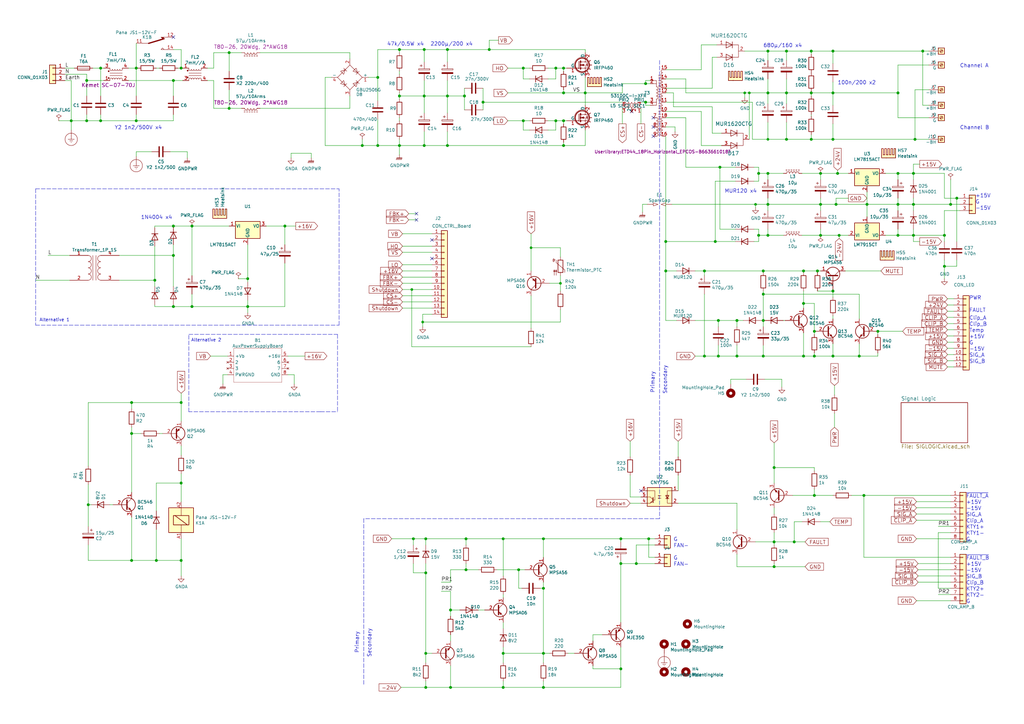
<source format=kicad_sch>
(kicad_sch (version 20210126) (generator eeschema)
  (paper "A3")
  (title_block (title "Power Supply Board") (date "2017-02-05") (rev "2.0") (company "VHAudio"))
  (junction (at 29.21 49.53) (diameter 1.016))
  (junction (at 35.56 33.02) (diameter 1.016))
  (junction (at 35.56 49.53) (diameter 1.016))
  (junction (at 36.195 207.01) (diameter 1.016))
  (junction (at 41.275 27.94) (diameter 1.016))
  (junction (at 41.275 49.53) (diameter 1.016))
  (junction (at 53.975 165.1) (diameter 1.016))
  (junction (at 53.975 177.8) (diameter 1.016))
  (junction (at 53.975 229.87) (diameter 1.016))
  (junction (at 55.88 27.94) (diameter 1.016))
  (junction (at 55.88 49.53) (diameter 1.016))
  (junction (at 63.5 114.935) (diameter 1.016))
  (junction (at 64.135 229.87) (diameter 1.016))
  (junction (at 71.12 33.02) (diameter 1.016))
  (junction (at 71.12 92.71) (diameter 1.016))
  (junction (at 71.12 104.775) (diameter 1.016))
  (junction (at 71.12 125.73) (diameter 1.016))
  (junction (at 74.295 27.94) (diameter 1.016))
  (junction (at 74.295 165.1) (diameter 1.016))
  (junction (at 74.295 198.12) (diameter 1.016))
  (junction (at 74.295 229.87) (diameter 1.016))
  (junction (at 78.74 92.71) (diameter 1.016))
  (junction (at 78.74 125.73) (diameter 1.016))
  (junction (at 93.98 21.59) (diameter 1.016))
  (junction (at 93.98 44.45) (diameter 1.016))
  (junction (at 101.6 114.3) (diameter 1.016))
  (junction (at 101.6 125.73) (diameter 1.016))
  (junction (at 116.84 92.71) (diameter 1.016))
  (junction (at 148.59 59.69) (diameter 1.016))
  (junction (at 154.94 31.75) (diameter 1.016))
  (junction (at 154.94 59.69) (diameter 1.016))
  (junction (at 163.83 20.32) (diameter 1.016))
  (junction (at 163.83 39.37) (diameter 1.016))
  (junction (at 163.83 59.69) (diameter 1.016))
  (junction (at 168.91 118.745) (diameter 0.9144))
  (junction (at 169.545 220.98) (diameter 1.016))
  (junction (at 173.355 132.08) (diameter 0.9144))
  (junction (at 173.99 20.32) (diameter 1.016))
  (junction (at 173.99 39.37) (diameter 1.016))
  (junction (at 173.99 59.69) (diameter 1.016))
  (junction (at 174.625 220.98) (diameter 1.016))
  (junction (at 174.625 234.95) (diameter 1.016))
  (junction (at 174.625 267.97) (diameter 1.016))
  (junction (at 174.625 281.94) (diameter 1.016))
  (junction (at 183.515 20.32) (diameter 1.016))
  (junction (at 183.515 39.37) (diameter 1.016))
  (junction (at 183.515 59.69) (diameter 1.016))
  (junction (at 184.785 250.19) (diameter 1.016))
  (junction (at 184.785 281.94) (diameter 1.016))
  (junction (at 190.5 39.37) (diameter 1.016))
  (junction (at 191.135 220.98) (diameter 1.016))
  (junction (at 191.135 233.68) (diameter 1.016))
  (junction (at 198.12 41.91) (diameter 1.016))
  (junction (at 200.66 20.32) (diameter 1.016))
  (junction (at 206.375 220.98) (diameter 1.016))
  (junction (at 206.375 267.97) (diameter 1.016))
  (junction (at 206.375 281.94) (diameter 1.016))
  (junction (at 212.725 233.68) (diameter 1.016))
  (junction (at 214.63 27.94) (diameter 1.016))
  (junction (at 214.63 49.53) (diameter 1.016))
  (junction (at 217.805 101.6) (diameter 0.9144))
  (junction (at 222.885 220.98) (diameter 1.016))
  (junction (at 222.885 241.3) (diameter 1.016))
  (junction (at 222.885 267.97) (diameter 1.016))
  (junction (at 222.885 281.94) (diameter 1.016))
  (junction (at 227.965 27.94) (diameter 1.016))
  (junction (at 227.965 49.53) (diameter 1.016))
  (junction (at 229.87 116.205) (diameter 0.9144))
  (junction (at 231.14 27.94) (diameter 1.016))
  (junction (at 231.14 38.1) (diameter 1.016))
  (junction (at 231.14 49.53) (diameter 1.016))
  (junction (at 231.14 59.69) (diameter 1.016))
  (junction (at 240.03 38.1) (diameter 1.016))
  (junction (at 254.635 220.98) (diameter 1.016))
  (junction (at 254.635 231.14) (diameter 1.016))
  (junction (at 254.635 274.32) (diameter 1.016))
  (junction (at 260.985 231.14) (diameter 1.016))
  (junction (at 264.795 34.29) (diameter 1.016))
  (junction (at 264.795 41.91) (diameter 1.016))
  (junction (at 266.065 220.98) (diameter 1.016))
  (junction (at 273.05 99.06) (diameter 1.016))
  (junction (at 273.05 111.125) (diameter 1.016))
  (junction (at 288.925 111.125) (diameter 1.016))
  (junction (at 288.925 146.05) (diameter 1.016))
  (junction (at 293.37 99.06) (diameter 1.016))
  (junction (at 294.64 131.445) (diameter 1.016))
  (junction (at 294.64 146.05) (diameter 1.016))
  (junction (at 295.275 68.58) (diameter 1.016))
  (junction (at 302.26 131.445) (diameter 1.016))
  (junction (at 302.26 146.05) (diameter 1.016))
  (junction (at 305.435 38.1) (diameter 0.9144))
  (junction (at 307.34 38.1) (diameter 0.9144))
  (junction (at 309.88 83.82) (diameter 0.9144))
  (junction (at 311.15 71.12) (diameter 1.016))
  (junction (at 311.15 96.52) (diameter 1.016))
  (junction (at 313.055 111.125) (diameter 1.016))
  (junction (at 313.055 120.65) (diameter 1.016))
  (junction (at 313.055 131.445) (diameter 1.016))
  (junction (at 313.055 146.05) (diameter 1.016))
  (junction (at 314.96 20.955) (diameter 1.016))
  (junction (at 314.96 38.1) (diameter 1.016))
  (junction (at 314.96 57.15) (diameter 0.9144))
  (junction (at 314.96 71.12) (diameter 1.016))
  (junction (at 314.96 83.82) (diameter 1.016))
  (junction (at 314.96 96.52) (diameter 1.016))
  (junction (at 317.5 191.77) (diameter 1.016))
  (junction (at 317.5 222.25) (diameter 1.016))
  (junction (at 317.5 232.41) (diameter 1.016))
  (junction (at 322.58 20.955) (diameter 1.016))
  (junction (at 322.58 38.1) (diameter 1.016))
  (junction (at 322.58 57.15) (diameter 1.016))
  (junction (at 325.755 222.25) (diameter 1.016))
  (junction (at 329.565 111.125) (diameter 1.016))
  (junction (at 329.565 124.46) (diameter 1.016))
  (junction (at 329.565 146.05) (diameter 1.016))
  (junction (at 332.74 20.955) (diameter 1.016))
  (junction (at 332.74 38.1) (diameter 1.016))
  (junction (at 332.74 57.15) (diameter 1.016))
  (junction (at 334.01 135.89) (diameter 1.016))
  (junction (at 334.01 146.05) (diameter 1.016))
  (junction (at 334.01 203.2) (diameter 1.016))
  (junction (at 335.28 111.125) (diameter 1.016))
  (junction (at 336.55 71.12) (diameter 1.016))
  (junction (at 336.55 83.82) (diameter 1.016))
  (junction (at 336.55 96.52) (diameter 1.016))
  (junction (at 341.63 20.955) (diameter 1.016))
  (junction (at 341.63 38.1) (diameter 1.016))
  (junction (at 341.63 57.15) (diameter 1.016))
  (junction (at 341.63 119.38) (diameter 1.016))
  (junction (at 341.63 146.05) (diameter 1.016))
  (junction (at 342.9 83.82) (diameter 1.016))
  (junction (at 343.535 71.12) (diameter 1.016))
  (junction (at 344.17 96.52) (diameter 1.016))
  (junction (at 352.425 146.05) (diameter 1.016))
  (junction (at 354.33 203.2) (diameter 1.016))
  (junction (at 355.6 83.82) (diameter 1.016))
  (junction (at 360.045 135.89) (diameter 1.016))
  (junction (at 368.3 38.1) (diameter 1.016))
  (junction (at 368.3 71.12) (diameter 1.016))
  (junction (at 368.3 83.82) (diameter 1.016))
  (junction (at 368.3 96.52) (diameter 1.016))
  (junction (at 374.65 71.12) (diameter 1.016))
  (junction (at 374.65 83.82) (diameter 1.016))
  (junction (at 374.65 96.52) (diameter 1.016))
  (junction (at 375.285 57.15) (diameter 1.016))
  (junction (at 378.46 20.955) (diameter 1.016))
  (junction (at 387.35 96.52) (diameter 1.016))
  (junction (at 387.35 109.22) (diameter 1.016))
  (junction (at 389.89 83.82) (diameter 1.016))
  (junction (at 392.43 81.28) (diameter 1.016))
  (no_connect (at 71.12 15.24))
  (no_connect (at 170.815 87.63))
  (no_connect (at 170.815 90.17))
  (no_connect (at 177.165 98.425))
  (no_connect (at 177.165 106.045))
  (no_connect (at 259.08 45.72))
  (no_connect (at 262.89 201.295))
  (no_connect (at 267.97 48.26))
  (no_connect (at 267.97 52.07))
  (no_connect (at 267.97 55.88))
  (wire (pts (xy 14.605 114.935) (xy 28.575 114.935)))
  (wire (pts (xy 24.13 49.53) (xy 29.21 49.53)))
  (wire (pts (xy 26.67 27.94) (xy 30.48 27.94)))
  (wire (pts (xy 26.67 30.48) (xy 35.56 30.48)))
  (wire (pts (xy 26.67 33.02) (xy 29.21 33.02)))
  (wire (pts (xy 28.575 104.775) (xy 19.685 104.775)))
  (wire (pts (xy 29.21 33.02) (xy 29.21 49.53)))
  (wire (pts (xy 29.21 49.53) (xy 29.21 53.34)))
  (wire (pts (xy 29.21 49.53) (xy 35.56 49.53)))
  (wire (pts (xy 35.56 30.48) (xy 35.56 33.02)))
  (wire (pts (xy 35.56 33.02) (xy 35.56 39.37)))
  (wire (pts (xy 35.56 33.02) (xy 42.545 33.02)))
  (wire (pts (xy 35.56 46.99) (xy 35.56 49.53)))
  (wire (pts (xy 35.56 49.53) (xy 41.275 49.53)))
  (wire (pts (xy 36.195 165.1) (xy 53.975 165.1)))
  (wire (pts (xy 36.195 191.135) (xy 36.195 165.1)))
  (wire (pts (xy 36.195 207.01) (xy 36.195 198.755)))
  (wire (pts (xy 36.195 207.01) (xy 37.465 207.01)))
  (wire (pts (xy 36.195 215.9) (xy 36.195 207.01)))
  (wire (pts (xy 36.195 229.87) (xy 36.195 223.52)))
  (wire (pts (xy 38.1 27.94) (xy 41.275 27.94)))
  (wire (pts (xy 41.275 27.94) (xy 42.545 27.94)))
  (wire (pts (xy 41.275 39.37) (xy 41.275 27.94)))
  (wire (pts (xy 41.275 46.99) (xy 41.275 49.53)))
  (wire (pts (xy 41.275 49.53) (xy 55.88 49.53)))
  (wire (pts (xy 45.085 207.01) (xy 46.355 207.01)))
  (wire (pts (xy 48.895 104.775) (xy 71.12 104.775)))
  (wire (pts (xy 48.895 114.935) (xy 63.5 114.935)))
  (wire (pts (xy 52.705 27.94) (xy 55.88 27.94)))
  (wire (pts (xy 52.705 33.02) (xy 71.12 33.02)))
  (wire (pts (xy 53.975 165.1) (xy 74.295 165.1)))
  (wire (pts (xy 53.975 167.64) (xy 53.975 165.1)))
  (wire (pts (xy 53.975 177.8) (xy 53.975 175.26)))
  (wire (pts (xy 53.975 201.93) (xy 53.975 177.8)))
  (wire (pts (xy 53.975 229.87) (xy 36.195 229.87)))
  (wire (pts (xy 53.975 229.87) (xy 53.975 212.09)))
  (wire (pts (xy 53.975 229.87) (xy 64.135 229.87)))
  (wire (pts (xy 55.88 27.94) (xy 55.88 17.78)))
  (wire (pts (xy 55.88 27.94) (xy 56.515 27.94)))
  (wire (pts (xy 55.88 39.37) (xy 55.88 27.94)))
  (wire (pts (xy 55.88 49.53) (xy 55.88 46.99)))
  (wire (pts (xy 55.88 49.53) (xy 71.12 49.53)))
  (wire (pts (xy 55.88 62.23) (xy 62.23 62.23)))
  (wire (pts (xy 55.88 64.135) (xy 55.88 62.23)))
  (wire (pts (xy 57.785 177.8) (xy 53.975 177.8)))
  (wire (pts (xy 63.5 92.71) (xy 71.12 92.71)))
  (wire (pts (xy 63.5 93.345) (xy 63.5 92.71)))
  (wire (pts (xy 63.5 100.965) (xy 63.5 114.935)))
  (wire (pts (xy 63.5 114.935) (xy 63.5 117.475)))
  (wire (pts (xy 63.5 125.73) (xy 63.5 125.095)))
  (wire (pts (xy 64.135 27.94) (xy 65.405 27.94)))
  (wire (pts (xy 64.135 198.12) (xy 74.295 198.12)))
  (wire (pts (xy 64.135 209.55) (xy 64.135 198.12)))
  (wire (pts (xy 64.135 217.17) (xy 64.135 229.87)))
  (wire (pts (xy 64.135 229.87) (xy 74.295 229.87)))
  (wire (pts (xy 65.405 177.8) (xy 66.675 177.8)))
  (wire (pts (xy 69.85 62.23) (xy 76.835 62.23)))
  (wire (pts (xy 71.12 20.32) (xy 74.295 20.32)))
  (wire (pts (xy 71.12 33.02) (xy 74.93 33.02)))
  (wire (pts (xy 71.12 39.37) (xy 71.12 33.02)))
  (wire (pts (xy 71.12 46.99) (xy 71.12 49.53)))
  (wire (pts (xy 71.12 92.71) (xy 78.74 92.71)))
  (wire (pts (xy 71.12 93.345) (xy 71.12 92.71)))
  (wire (pts (xy 71.12 104.775) (xy 71.12 100.33)))
  (wire (pts (xy 71.12 117.475) (xy 71.12 104.775)))
  (wire (pts (xy 71.12 125.73) (xy 63.5 125.73)))
  (wire (pts (xy 71.12 125.73) (xy 71.12 125.095)))
  (wire (pts (xy 71.12 125.73) (xy 78.74 125.73)))
  (wire (pts (xy 73.025 27.94) (xy 74.295 27.94)))
  (wire (pts (xy 74.295 20.32) (xy 74.295 27.94)))
  (wire (pts (xy 74.295 27.94) (xy 74.93 27.94)))
  (wire (pts (xy 74.295 165.1) (xy 74.295 161.29)))
  (wire (pts (xy 74.295 165.1) (xy 74.295 172.72)))
  (wire (pts (xy 74.295 186.69) (xy 74.295 182.88)))
  (wire (pts (xy 74.295 198.12) (xy 74.295 194.31)))
  (wire (pts (xy 74.295 205.74) (xy 74.295 198.12)))
  (wire (pts (xy 74.295 229.87) (xy 74.295 220.98)))
  (wire (pts (xy 74.295 229.87) (xy 74.295 236.22)))
  (wire (pts (xy 76.835 62.23) (xy 76.835 64.77)))
  (wire (pts (xy 78.74 92.71) (xy 78.74 113.03)))
  (wire (pts (xy 78.74 92.71) (xy 93.98 92.71)))
  (wire (pts (xy 78.74 120.65) (xy 78.74 125.73)))
  (wire (pts (xy 78.74 125.73) (xy 101.6 125.73)))
  (wire (pts (xy 85.09 27.94) (xy 87.63 27.94)))
  (wire (pts (xy 85.09 33.02) (xy 87.63 33.02)))
  (wire (pts (xy 86.36 146.05) (xy 93.345 146.05)))
  (wire (pts (xy 87.63 21.59) (xy 93.98 21.59)))
  (wire (pts (xy 87.63 27.94) (xy 87.63 21.59)))
  (wire (pts (xy 87.63 33.02) (xy 87.63 44.45)))
  (wire (pts (xy 87.63 44.45) (xy 93.98 44.45)))
  (wire (pts (xy 91.44 153.67) (xy 91.44 157.48)))
  (wire (pts (xy 93.345 153.67) (xy 91.44 153.67)))
  (wire (pts (xy 93.98 21.59) (xy 99.06 21.59)))
  (wire (pts (xy 93.98 29.21) (xy 93.98 21.59)))
  (wire (pts (xy 93.98 36.83) (xy 93.98 44.45)))
  (wire (pts (xy 93.98 44.45) (xy 99.06 44.45)))
  (wire (pts (xy 97.79 114.3) (xy 101.6 114.3)))
  (wire (pts (xy 101.6 100.33) (xy 101.6 114.3)))
  (wire (pts (xy 101.6 114.3) (xy 101.6 115.57)))
  (wire (pts (xy 101.6 125.73) (xy 101.6 123.19)))
  (wire (pts (xy 101.6 125.73) (xy 116.84 125.73)))
  (wire (pts (xy 101.6 128.27) (xy 101.6 125.73)))
  (wire (pts (xy 106.68 21.59) (xy 143.51 21.59)))
  (wire (pts (xy 106.68 44.45) (xy 143.51 44.45)))
  (wire (pts (xy 109.22 92.71) (xy 116.84 92.71)))
  (wire (pts (xy 116.84 92.71) (xy 116.84 100.33)))
  (wire (pts (xy 116.84 92.71) (xy 121.285 92.71)))
  (wire (pts (xy 116.84 107.95) (xy 116.84 125.73)))
  (wire (pts (xy 118.11 146.05) (xy 125.095 146.05)))
  (wire (pts (xy 118.11 153.67) (xy 120.65 153.67)))
  (wire (pts (xy 119.38 62.865) (xy 127.635 62.865)))
  (wire (pts (xy 119.38 64.77) (xy 119.38 62.865)))
  (wire (pts (xy 120.65 153.67) (xy 120.65 157.48)))
  (wire (pts (xy 127.635 62.865) (xy 127.635 64.77)))
  (wire (pts (xy 133.35 31.75) (xy 133.35 59.69)))
  (wire (pts (xy 133.35 59.69) (xy 148.59 59.69)))
  (wire (pts (xy 135.89 31.75) (xy 133.35 31.75)))
  (wire (pts (xy 143.51 21.59) (xy 143.51 24.13)))
  (wire (pts (xy 143.51 44.45) (xy 143.51 39.37)))
  (wire (pts (xy 148.59 57.15) (xy 148.59 59.69)))
  (wire (pts (xy 148.59 59.69) (xy 154.94 59.69)))
  (wire (pts (xy 154.94 20.32) (xy 154.94 31.75)))
  (wire (pts (xy 154.94 20.32) (xy 163.83 20.32)))
  (wire (pts (xy 154.94 31.75) (xy 151.13 31.75)))
  (wire (pts (xy 154.94 31.75) (xy 154.94 41.275)))
  (wire (pts (xy 154.94 48.895) (xy 154.94 59.69)))
  (wire (pts (xy 154.94 59.69) (xy 163.83 59.69)))
  (wire (pts (xy 160.655 220.98) (xy 169.545 220.98)))
  (wire (pts (xy 163.83 20.32) (xy 163.83 21.59)))
  (wire (pts (xy 163.83 20.32) (xy 173.99 20.32)))
  (wire (pts (xy 163.83 30.48) (xy 163.83 29.21)))
  (wire (pts (xy 163.83 38.1) (xy 163.83 39.37)))
  (wire (pts (xy 163.83 39.37) (xy 163.83 40.64)))
  (wire (pts (xy 163.83 39.37) (xy 173.99 39.37)))
  (wire (pts (xy 163.83 48.26) (xy 163.83 49.53)))
  (wire (pts (xy 163.83 57.15) (xy 163.83 59.69)))
  (wire (pts (xy 163.83 59.69) (xy 163.83 63.5)))
  (wire (pts (xy 163.83 59.69) (xy 173.99 59.69)))
  (wire (pts (xy 164.465 281.94) (xy 174.625 281.94)))
  (wire (pts (xy 165.1 100.965) (xy 177.165 100.965)))
  (wire (pts (xy 165.1 103.505) (xy 177.165 103.505)))
  (wire (pts (xy 165.1 108.585) (xy 177.165 108.585)))
  (wire (pts (xy 165.1 111.125) (xy 177.165 111.125)))
  (wire (pts (xy 165.1 113.665) (xy 177.165 113.665)))
  (wire (pts (xy 165.1 116.205) (xy 177.165 116.205)))
  (wire (pts (xy 165.1 118.745) (xy 168.91 118.745)))
  (wire (pts (xy 165.1 121.285) (xy 177.165 121.285)))
  (wire (pts (xy 165.1 123.825) (xy 177.165 123.825)))
  (wire (pts (xy 165.1 126.365) (xy 177.165 126.365)))
  (wire (pts (xy 167.64 87.63) (xy 170.815 87.63)))
  (wire (pts (xy 167.64 90.17) (xy 170.815 90.17)))
  (wire (pts (xy 168.91 118.745) (xy 177.165 118.745)))
  (wire (pts (xy 168.91 142.24) (xy 168.91 118.745)))
  (wire (pts (xy 169.545 220.98) (xy 174.625 220.98)))
  (wire (pts (xy 169.545 223.52) (xy 169.545 220.98)))
  (wire (pts (xy 169.545 231.14) (xy 169.545 234.95)))
  (wire (pts (xy 169.545 234.95) (xy 174.625 234.95)))
  (wire (pts (xy 173.355 128.905) (xy 173.355 132.08)))
  (wire (pts (xy 173.355 132.08) (xy 173.355 133.985)))
  (wire (pts (xy 173.355 132.08) (xy 229.87 132.08)))
  (wire (pts (xy 173.99 20.32) (xy 183.515 20.32)))
  (wire (pts (xy 173.99 25.4) (xy 173.99 20.32)))
  (wire (pts (xy 173.99 33.02) (xy 173.99 39.37)))
  (wire (pts (xy 173.99 39.37) (xy 173.99 46.355)))
  (wire (pts (xy 173.99 39.37) (xy 183.515 39.37)))
  (wire (pts (xy 173.99 53.975) (xy 173.99 59.69)))
  (wire (pts (xy 173.99 59.69) (xy 183.515 59.69)))
  (wire (pts (xy 174.625 220.98) (xy 174.625 223.52)))
  (wire (pts (xy 174.625 220.98) (xy 191.135 220.98)))
  (wire (pts (xy 174.625 231.14) (xy 174.625 234.95)))
  (wire (pts (xy 174.625 234.95) (xy 174.625 267.97)))
  (wire (pts (xy 174.625 267.97) (xy 174.625 271.78)))
  (wire (pts (xy 174.625 267.97) (xy 177.165 267.97)))
  (wire (pts (xy 174.625 281.94) (xy 174.625 279.4)))
  (wire (pts (xy 174.625 281.94) (xy 184.785 281.94)))
  (wire (pts (xy 177.165 95.885) (xy 165.1 95.885)))
  (wire (pts (xy 177.165 128.905) (xy 173.355 128.905)))
  (wire (pts (xy 183.515 20.32) (xy 200.66 20.32)))
  (wire (pts (xy 183.515 25.4) (xy 183.515 20.32)))
  (wire (pts (xy 183.515 33.02) (xy 183.515 39.37)))
  (wire (pts (xy 183.515 39.37) (xy 183.515 46.355)))
  (wire (pts (xy 183.515 39.37) (xy 190.5 39.37)))
  (wire (pts (xy 183.515 59.69) (xy 183.515 53.975)))
  (wire (pts (xy 183.515 59.69) (xy 231.14 59.69)))
  (wire (pts (xy 184.785 233.68) (xy 184.785 238.76)))
  (wire (pts (xy 184.785 233.68) (xy 191.135 233.68)))
  (wire (pts (xy 184.785 238.76) (xy 180.975 238.76)))
  (wire (pts (xy 184.785 242.57) (xy 180.975 242.57)))
  (wire (pts (xy 184.785 242.57) (xy 184.785 250.19)))
  (wire (pts (xy 184.785 250.19) (xy 184.785 252.73)))
  (wire (pts (xy 184.785 250.19) (xy 188.595 250.19)))
  (wire (pts (xy 184.785 260.35) (xy 184.785 262.89)))
  (wire (pts (xy 184.785 273.05) (xy 184.785 281.94)))
  (wire (pts (xy 184.785 281.94) (xy 206.375 281.94)))
  (wire (pts (xy 190.5 36.195) (xy 190.5 39.37)))
  (wire (pts (xy 190.5 39.37) (xy 190.5 45.085)))
  (wire (pts (xy 191.135 220.98) (xy 191.135 223.52)))
  (wire (pts (xy 191.135 220.98) (xy 206.375 220.98)))
  (wire (pts (xy 191.135 233.68) (xy 191.135 231.14)))
  (wire (pts (xy 191.135 233.68) (xy 196.215 233.68)))
  (wire (pts (xy 196.215 250.19) (xy 198.755 250.19)))
  (wire (pts (xy 198.12 36.195) (xy 198.12 41.91)))
  (wire (pts (xy 198.12 41.91) (xy 198.12 45.085)))
  (wire (pts (xy 198.12 41.91) (xy 255.27 41.91)))
  (wire (pts (xy 200.66 16.51) (xy 204.47 16.51)))
  (wire (pts (xy 200.66 20.32) (xy 200.66 16.51)))
  (wire (pts (xy 200.66 20.32) (xy 240.03 20.32)))
  (wire (pts (xy 203.835 233.68) (xy 212.725 233.68)))
  (wire (pts (xy 206.375 220.98) (xy 206.375 236.22)))
  (wire (pts (xy 206.375 220.98) (xy 222.885 220.98)))
  (wire (pts (xy 206.375 243.84) (xy 206.375 245.11)))
  (wire (pts (xy 206.375 255.27) (xy 206.375 257.81)))
  (wire (pts (xy 206.375 265.43) (xy 206.375 267.97)))
  (wire (pts (xy 206.375 267.97) (xy 206.375 271.78)))
  (wire (pts (xy 206.375 267.97) (xy 222.885 267.97)))
  (wire (pts (xy 206.375 279.4) (xy 206.375 281.94)))
  (wire (pts (xy 206.375 281.94) (xy 222.885 281.94)))
  (wire (pts (xy 208.28 27.94) (xy 214.63 27.94)))
  (wire (pts (xy 208.28 38.1) (xy 231.14 38.1)))
  (wire (pts (xy 208.28 49.53) (xy 214.63 49.53)))
  (wire (pts (xy 212.725 233.68) (xy 215.265 233.68)))
  (wire (pts (xy 212.725 241.3) (xy 212.725 233.68)))
  (wire (pts (xy 213.995 241.3) (xy 212.725 241.3)))
  (wire (pts (xy 214.63 27.94) (xy 217.17 27.94)))
  (wire (pts (xy 214.63 32.385) (xy 214.63 27.94)))
  (wire (pts (xy 214.63 49.53) (xy 217.17 49.53)))
  (wire (pts (xy 214.63 53.34) (xy 214.63 49.53)))
  (wire (pts (xy 217.17 32.385) (xy 214.63 32.385)))
  (wire (pts (xy 217.17 53.34) (xy 214.63 53.34)))
  (wire (pts (xy 217.805 95.885) (xy 217.805 101.6)))
  (wire (pts (xy 217.805 101.6) (xy 217.805 111.125)))
  (wire (pts (xy 217.805 121.285) (xy 217.805 134.62)))
  (wire (pts (xy 217.805 142.24) (xy 168.91 142.24)))
  (wire (pts (xy 221.615 241.3) (xy 222.885 241.3)))
  (wire (pts (xy 222.885 220.98) (xy 222.885 228.6)))
  (wire (pts (xy 222.885 220.98) (xy 254.635 220.98)))
  (wire (pts (xy 222.885 238.76) (xy 222.885 241.3)))
  (wire (pts (xy 222.885 241.3) (xy 222.885 267.97)))
  (wire (pts (xy 222.885 267.97) (xy 222.885 271.78)))
  (wire (pts (xy 222.885 267.97) (xy 225.425 267.97)))
  (wire (pts (xy 222.885 281.94) (xy 222.885 279.4)))
  (wire (pts (xy 222.885 281.94) (xy 254.635 281.94)))
  (wire (pts (xy 224.79 27.94) (xy 227.965 27.94)))
  (wire (pts (xy 224.79 32.385) (xy 227.965 32.385)))
  (wire (pts (xy 224.79 49.53) (xy 227.965 49.53)))
  (wire (pts (xy 224.79 53.34) (xy 227.965 53.34)))
  (wire (pts (xy 225.425 116.205) (xy 229.87 116.205)))
  (wire (pts (xy 227.965 27.94) (xy 231.14 27.94)))
  (wire (pts (xy 227.965 32.385) (xy 227.965 27.94)))
  (wire (pts (xy 227.965 49.53) (xy 231.14 49.53)))
  (wire (pts (xy 227.965 53.34) (xy 227.965 49.53)))
  (wire (pts (xy 229.87 101.6) (xy 217.805 101.6)))
  (wire (pts (xy 229.87 105.41) (xy 229.87 101.6)))
  (wire (pts (xy 229.87 113.03) (xy 229.87 116.205)))
  (wire (pts (xy 229.87 116.205) (xy 229.87 119.38)))
  (wire (pts (xy 229.87 127) (xy 229.87 132.08)))
  (wire (pts (xy 231.14 27.94) (xy 232.41 27.94)))
  (wire (pts (xy 231.14 29.21) (xy 231.14 27.94)))
  (wire (pts (xy 231.14 38.1) (xy 231.14 36.83)))
  (wire (pts (xy 231.14 38.1) (xy 240.03 38.1)))
  (wire (pts (xy 231.14 49.53) (xy 231.14 50.8)))
  (wire (pts (xy 231.14 49.53) (xy 232.41 49.53)))
  (wire (pts (xy 231.14 58.42) (xy 231.14 59.69)))
  (wire (pts (xy 231.14 59.69) (xy 240.03 59.69)))
  (wire (pts (xy 233.045 267.97) (xy 235.585 267.97)))
  (wire (pts (xy 240.03 20.32) (xy 240.03 21.59)))
  (wire (pts (xy 240.03 31.75) (xy 240.03 38.1)))
  (wire (pts (xy 240.03 38.1) (xy 240.03 43.18)))
  (wire (pts (xy 240.03 38.1) (xy 255.27 38.1)))
  (wire (pts (xy 240.03 59.69) (xy 240.03 53.34)))
  (wire (pts (xy 243.205 260.35) (xy 243.205 262.89)))
  (wire (pts (xy 243.205 274.32) (xy 243.205 273.05)))
  (wire (pts (xy 247.015 260.35) (xy 243.205 260.35)))
  (wire (pts (xy 254.635 220.98) (xy 254.635 222.25)))
  (wire (pts (xy 254.635 220.98) (xy 266.065 220.98)))
  (wire (pts (xy 254.635 229.87) (xy 254.635 231.14)))
  (wire (pts (xy 254.635 231.14) (xy 254.635 255.27)))
  (wire (pts (xy 254.635 231.14) (xy 260.985 231.14)))
  (wire (pts (xy 254.635 274.32) (xy 243.205 274.32)))
  (wire (pts (xy 254.635 274.32) (xy 254.635 265.43)))
  (wire (pts (xy 254.635 281.94) (xy 254.635 274.32)))
  (wire (pts (xy 255.27 34.29) (xy 264.795 34.29)))
  (wire (pts (xy 255.27 38.1) (xy 255.27 34.29)))
  (wire (pts (xy 255.27 44.45) (xy 255.27 50.8)))
  (wire (pts (xy 258.445 187.325) (xy 258.445 180.975)))
  (wire (pts (xy 258.445 194.945) (xy 258.445 203.835)))
  (wire (pts (xy 258.445 203.835) (xy 262.89 203.835)))
  (wire (pts (xy 258.445 206.375) (xy 262.89 206.375)))
  (wire (pts (xy 260.985 223.52) (xy 260.985 231.14)))
  (wire (pts (xy 260.985 231.14) (xy 268.605 231.14)))
  (wire (pts (xy 262.89 41.91) (xy 264.795 41.91)))
  (wire (pts (xy 262.89 44.45) (xy 262.89 50.8)))
  (wire (pts (xy 263.525 83.82) (xy 263.525 86.995)))
  (wire (pts (xy 264.795 33.02) (xy 266.7 33.02)))
  (wire (pts (xy 264.795 34.29) (xy 264.795 33.02)))
  (wire (pts (xy 264.795 34.29) (xy 266.7 34.29)))
  (wire (pts (xy 264.795 41.91) (xy 264.795 43.18)))
  (wire (pts (xy 264.795 41.91) (xy 266.7 41.91)))
  (wire (pts (xy 264.795 43.18) (xy 266.7 43.18)))
  (wire (pts (xy 265.43 83.82) (xy 263.525 83.82)))
  (wire (pts (xy 266.065 220.98) (xy 266.065 228.6)))
  (wire (pts (xy 266.065 220.98) (xy 268.605 220.98)))
  (wire (pts (xy 268.605 223.52) (xy 260.985 223.52)))
  (wire (pts (xy 268.605 228.6) (xy 266.065 228.6)))
  (wire (pts (xy 273.05 28.575) (xy 287.655 28.575)))
  (wire (pts (xy 273.05 32.385) (xy 281.305 32.385)))
  (wire (pts (xy 273.05 36.195) (xy 292.1 36.195)))
  (wire (pts (xy 273.05 41.91) (xy 308.61 41.91)))
  (wire (pts (xy 273.05 45.72) (xy 287.655 45.72)))
  (wire (pts (xy 273.05 48.26) (xy 281.305 48.26)))
  (wire (pts (xy 273.05 52.07) (xy 276.86 52.07)))
  (wire (pts (xy 273.05 55.88) (xy 273.05 99.06)))
  (wire (pts (xy 273.05 99.06) (xy 293.37 99.06)))
  (wire (pts (xy 273.05 111.125) (xy 273.05 99.06)))
  (wire (pts (xy 273.05 111.125) (xy 273.05 131.445)))
  (wire (pts (xy 273.05 111.125) (xy 277.495 111.125)))
  (wire (pts (xy 273.05 131.445) (xy 277.495 131.445)))
  (wire (pts (xy 275.59 83.82) (xy 309.88 83.82)))
  (wire (pts (xy 276.225 38.1) (xy 273.05 38.1)))
  (wire (pts (xy 276.225 43.815) (xy 276.225 38.1)))
  (wire (pts (xy 276.86 52.07) (xy 276.86 53.975)))
  (wire (pts (xy 278.13 187.325) (xy 278.13 180.975)))
  (wire (pts (xy 278.13 201.295) (xy 278.13 194.945)))
  (wire (pts (xy 278.13 206.375) (xy 302.26 206.375)))
  (wire (pts (xy 281.305 38.1) (xy 281.305 32.385)))
  (wire (pts (xy 281.305 48.26) (xy 281.305 68.58)))
  (wire (pts (xy 281.305 68.58) (xy 295.275 68.58)))
  (wire (pts (xy 285.115 111.125) (xy 288.925 111.125)))
  (wire (pts (xy 285.115 131.445) (xy 294.64 131.445)))
  (wire (pts (xy 285.115 146.05) (xy 288.925 146.05)))
  (wire (pts (xy 287.655 18.415) (xy 294.005 18.415)))
  (wire (pts (xy 287.655 28.575) (xy 287.655 18.415)))
  (wire (pts (xy 287.655 45.72) (xy 287.655 59.69)))
  (wire (pts (xy 287.655 59.69) (xy 295.91 59.69)))
  (wire (pts (xy 288.925 111.125) (xy 288.925 113.03)))
  (wire (pts (xy 288.925 111.125) (xy 313.055 111.125)))
  (wire (pts (xy 288.925 120.65) (xy 288.925 146.05)))
  (wire (pts (xy 288.925 146.05) (xy 294.64 146.05)))
  (wire (pts (xy 292.1 23.495) (xy 294.005 23.495)))
  (wire (pts (xy 292.1 36.195) (xy 292.1 23.495)))
  (wire (pts (xy 292.1 43.815) (xy 276.225 43.815)))
  (wire (pts (xy 292.1 54.61) (xy 292.1 43.815)))
  (wire (pts (xy 292.1 54.61) (xy 295.91 54.61)))
  (wire (pts (xy 293.37 74.295) (xy 293.37 99.06)))
  (wire (pts (xy 293.37 99.06) (xy 301.625 99.06)))
  (wire (pts (xy 294.64 131.445) (xy 294.64 133.985)))
  (wire (pts (xy 294.64 131.445) (xy 302.26 131.445)))
  (wire (pts (xy 294.64 141.605) (xy 294.64 146.05)))
  (wire (pts (xy 294.64 146.05) (xy 302.26 146.05)))
  (wire (pts (xy 295.275 68.58) (xy 301.625 68.58)))
  (wire (pts (xy 295.275 93.98) (xy 295.275 68.58)))
  (wire (pts (xy 299.72 155.575) (xy 306.07 155.575)))
  (wire (pts (xy 299.72 157.48) (xy 299.72 155.575)))
  (wire (pts (xy 301.625 74.295) (xy 293.37 74.295)))
  (wire (pts (xy 301.625 93.98) (xy 295.275 93.98)))
  (wire (pts (xy 302.26 131.445) (xy 304.8 131.445)))
  (wire (pts (xy 302.26 133.985) (xy 302.26 131.445)))
  (wire (pts (xy 302.26 141.605) (xy 302.26 146.05)))
  (wire (pts (xy 302.26 146.05) (xy 313.055 146.05)))
  (wire (pts (xy 302.26 206.375) (xy 302.26 217.17)))
  (wire (pts (xy 302.26 232.41) (xy 302.26 227.33)))
  (wire (pts (xy 302.26 232.41) (xy 317.5 232.41)))
  (wire (pts (xy 305.435 20.955) (xy 314.96 20.955)))
  (wire (pts (xy 305.435 38.1) (xy 281.305 38.1)))
  (wire (pts (xy 305.435 38.1) (xy 307.34 38.1)))
  (wire (pts (xy 305.435 40.005) (xy 305.435 38.1)))
  (wire (pts (xy 307.34 38.1) (xy 307.34 57.15)))
  (wire (pts (xy 307.34 38.1) (xy 314.96 38.1)))
  (wire (pts (xy 308.61 41.91) (xy 308.61 57.15)))
  (wire (pts (xy 308.61 57.15) (xy 314.96 57.15)))
  (wire (pts (xy 309.245 68.58) (xy 311.15 68.58)))
  (wire (pts (xy 309.245 93.98) (xy 311.15 93.98)))
  (wire (pts (xy 309.88 83.82) (xy 314.96 83.82)))
  (wire (pts (xy 309.88 85.09) (xy 309.88 83.82)))
  (wire (pts (xy 309.88 222.25) (xy 317.5 222.25)))
  (wire (pts (xy 311.15 68.58) (xy 311.15 71.12)))
  (wire (pts (xy 311.15 71.12) (xy 311.15 74.295)))
  (wire (pts (xy 311.15 74.295) (xy 309.245 74.295)))
  (wire (pts (xy 311.15 93.98) (xy 311.15 96.52)))
  (wire (pts (xy 311.15 96.52) (xy 311.15 99.06)))
  (wire (pts (xy 311.15 99.06) (xy 309.245 99.06)))
  (wire (pts (xy 312.42 131.445) (xy 313.055 131.445)))
  (wire (pts (xy 313.055 111.125) (xy 313.055 111.76)))
  (wire (pts (xy 313.055 111.125) (xy 329.565 111.125)))
  (wire (pts (xy 313.055 119.38) (xy 313.055 120.65)))
  (wire (pts (xy 313.055 120.65) (xy 313.055 131.445)))
  (wire (pts (xy 313.055 131.445) (xy 313.055 133.985)))
  (wire (pts (xy 313.055 131.445) (xy 313.69 131.445)))
  (wire (pts (xy 313.055 141.605) (xy 313.055 146.05)))
  (wire (pts (xy 313.055 146.05) (xy 329.565 146.05)))
  (wire (pts (xy 313.69 155.575) (xy 320.675 155.575)))
  (wire (pts (xy 314.96 20.955) (xy 314.96 24.765)))
  (wire (pts (xy 314.96 20.955) (xy 322.58 20.955)))
  (wire (pts (xy 314.96 32.385) (xy 314.96 38.1)))
  (wire (pts (xy 314.96 38.1) (xy 314.96 42.545)))
  (wire (pts (xy 314.96 38.1) (xy 322.58 38.1)))
  (wire (pts (xy 314.96 50.165) (xy 314.96 57.15)))
  (wire (pts (xy 314.96 57.15) (xy 322.58 57.15)))
  (wire (pts (xy 314.96 71.12) (xy 311.15 71.12)))
  (wire (pts (xy 314.96 71.12) (xy 314.96 73.66)))
  (wire (pts (xy 314.96 71.12) (xy 321.31 71.12)))
  (wire (pts (xy 314.96 81.28) (xy 314.96 83.82)))
  (wire (pts (xy 314.96 83.82) (xy 314.96 86.36)))
  (wire (pts (xy 314.96 83.82) (xy 336.55 83.82)))
  (wire (pts (xy 314.96 93.98) (xy 314.96 96.52)))
  (wire (pts (xy 314.96 96.52) (xy 311.15 96.52)))
  (wire (pts (xy 314.96 96.52) (xy 321.31 96.52)))
  (wire (pts (xy 317.5 191.77) (xy 317.5 181.61)))
  (wire (pts (xy 317.5 191.77) (xy 317.5 198.12)))
  (wire (pts (xy 317.5 191.77) (xy 334.01 191.77)))
  (wire (pts (xy 317.5 208.28) (xy 317.5 210.82)))
  (wire (pts (xy 317.5 218.44) (xy 317.5 222.25)))
  (wire (pts (xy 317.5 222.25) (xy 317.5 223.52)))
  (wire (pts (xy 317.5 222.25) (xy 325.755 222.25)))
  (wire (pts (xy 317.5 232.41) (xy 317.5 231.14)))
  (wire (pts (xy 317.5 232.41) (xy 330.2 232.41)))
  (wire (pts (xy 320.675 155.575) (xy 320.675 158.75)))
  (wire (pts (xy 321.31 131.445) (xy 321.945 131.445)))
  (wire (pts (xy 322.58 20.955) (xy 322.58 24.765)))
  (wire (pts (xy 322.58 20.955) (xy 332.74 20.955)))
  (wire (pts (xy 322.58 32.385) (xy 322.58 38.1)))
  (wire (pts (xy 322.58 38.1) (xy 322.58 42.545)))
  (wire (pts (xy 322.58 38.1) (xy 332.74 38.1)))
  (wire (pts (xy 322.58 57.15) (xy 322.58 50.165)))
  (wire (pts (xy 322.58 57.15) (xy 332.74 57.15)))
  (wire (pts (xy 325.12 203.2) (xy 334.01 203.2)))
  (wire (pts (xy 325.755 213.995) (xy 325.755 222.25)))
  (wire (pts (xy 325.755 222.25) (xy 330.2 222.25)))
  (wire (pts (xy 328.93 71.12) (xy 336.55 71.12)))
  (wire (pts (xy 328.93 96.52) (xy 336.55 96.52)))
  (wire (pts (xy 328.93 213.995) (xy 325.755 213.995)))
  (wire (pts (xy 329.565 111.125) (xy 335.28 111.125)))
  (wire (pts (xy 329.565 111.76) (xy 329.565 111.125)))
  (wire (pts (xy 329.565 119.38) (xy 329.565 124.46)))
  (wire (pts (xy 329.565 124.46) (xy 329.565 126.365)))
  (wire (pts (xy 329.565 136.525) (xy 329.565 146.05)))
  (wire (pts (xy 329.565 146.05) (xy 334.01 146.05)))
  (wire (pts (xy 332.74 20.955) (xy 332.74 22.225)))
  (wire (pts (xy 332.74 20.955) (xy 341.63 20.955)))
  (wire (pts (xy 332.74 37.465) (xy 332.74 38.1)))
  (wire (pts (xy 332.74 38.1) (xy 332.74 39.37)))
  (wire (pts (xy 332.74 38.1) (xy 341.63 38.1)))
  (wire (pts (xy 332.74 46.99) (xy 332.74 47.625)))
  (wire (pts (xy 332.74 57.15) (xy 332.74 55.245)))
  (wire (pts (xy 332.74 57.15) (xy 341.63 57.15)))
  (wire (pts (xy 334.01 124.46) (xy 329.565 124.46)))
  (wire (pts (xy 334.01 124.46) (xy 334.01 135.89)))
  (wire (pts (xy 334.01 135.89) (xy 334.01 137.16)))
  (wire (pts (xy 334.01 144.78) (xy 334.01 146.05)))
  (wire (pts (xy 334.01 146.05) (xy 341.63 146.05)))
  (wire (pts (xy 334.01 191.77) (xy 334.01 193.04)))
  (wire (pts (xy 334.01 200.66) (xy 334.01 203.2)))
  (wire (pts (xy 334.01 203.2) (xy 341.63 203.2)))
  (wire (pts (xy 335.28 111.125) (xy 336.55 111.125)))
  (wire (pts (xy 335.28 111.76) (xy 335.28 111.125)))
  (wire (pts (xy 336.55 71.12) (xy 336.55 73.66)))
  (wire (pts (xy 336.55 71.12) (xy 343.535 71.12)))
  (wire (pts (xy 336.55 81.28) (xy 336.55 83.82)))
  (wire (pts (xy 336.55 83.82) (xy 336.55 86.36)))
  (wire (pts (xy 336.55 83.82) (xy 342.9 83.82)))
  (wire (pts (xy 336.55 93.98) (xy 336.55 96.52)))
  (wire (pts (xy 336.55 96.52) (xy 344.17 96.52)))
  (wire (pts (xy 340.36 213.995) (xy 336.55 213.995)))
  (wire (pts (xy 341.63 20.955) (xy 378.46 20.955)))
  (wire (pts (xy 341.63 26.035) (xy 341.63 20.955)))
  (wire (pts (xy 341.63 33.655) (xy 341.63 38.1)))
  (wire (pts (xy 341.63 38.1) (xy 341.63 43.18)))
  (wire (pts (xy 341.63 38.1) (xy 368.3 38.1)))
  (wire (pts (xy 341.63 50.8) (xy 341.63 57.15)))
  (wire (pts (xy 341.63 57.15) (xy 375.285 57.15)))
  (wire (pts (xy 341.63 118.745) (xy 341.63 119.38)))
  (wire (pts (xy 341.63 119.38) (xy 335.28 119.38)))
  (wire (pts (xy 341.63 119.38) (xy 341.63 121.92)))
  (wire (pts (xy 341.63 130.81) (xy 341.63 129.54)))
  (wire (pts (xy 341.63 140.97) (xy 341.63 146.05)))
  (wire (pts (xy 341.63 146.05) (xy 352.425 146.05)))
  (wire (pts (xy 342.265 161.925) (xy 342.265 158.115)))
  (wire (pts (xy 342.265 175.26) (xy 342.265 169.545)))
  (wire (pts (xy 342.9 81.28) (xy 342.9 83.82)))
  (wire (pts (xy 342.9 83.82) (xy 355.6 83.82)))
  (wire (pts (xy 343.535 69.85) (xy 343.535 71.12)))
  (wire (pts (xy 343.535 71.12) (xy 347.98 71.12)))
  (wire (pts (xy 344.17 96.52) (xy 347.98 96.52)))
  (wire (pts (xy 344.17 97.79) (xy 344.17 96.52)))
  (wire (pts (xy 346.71 111.125) (xy 361.315 111.125)))
  (wire (pts (xy 347.98 81.28) (xy 342.9 81.28)))
  (wire (pts (xy 349.25 203.2) (xy 354.33 203.2)))
  (wire (pts (xy 352.425 120.65) (xy 313.055 120.65)))
  (wire (pts (xy 352.425 120.65) (xy 352.425 130.81)))
  (wire (pts (xy 352.425 140.97) (xy 352.425 146.05)))
  (wire (pts (xy 352.425 146.05) (xy 360.045 146.05)))
  (wire (pts (xy 354.33 203.2) (xy 389.89 203.2)))
  (wire (pts (xy 354.33 228.6) (xy 354.33 203.2)))
  (wire (pts (xy 355.6 78.74) (xy 355.6 83.82)))
  (wire (pts (xy 355.6 83.82) (xy 355.6 88.9)))
  (wire (pts (xy 355.6 83.82) (xy 368.3 83.82)))
  (wire (pts (xy 360.045 135.89) (xy 370.205 135.89)))
  (wire (pts (xy 360.045 137.16) (xy 360.045 135.89)))
  (wire (pts (xy 360.045 144.78) (xy 360.045 146.05)))
  (wire (pts (xy 363.22 71.12) (xy 368.3 71.12)))
  (wire (pts (xy 363.22 96.52) (xy 368.3 96.52)))
  (wire (pts (xy 368.3 26.67) (xy 368.3 38.1)))
  (wire (pts (xy 368.3 26.67) (xy 381 26.67)))
  (wire (pts (xy 368.3 38.1) (xy 368.3 48.26)))
  (wire (pts (xy 368.3 48.26) (xy 381 48.26)))
  (wire (pts (xy 368.3 71.12) (xy 368.3 73.66)))
  (wire (pts (xy 368.3 71.12) (xy 374.65 71.12)))
  (wire (pts (xy 368.3 81.28) (xy 368.3 83.82)))
  (wire (pts (xy 368.3 83.82) (xy 368.3 86.36)))
  (wire (pts (xy 368.3 83.82) (xy 374.65 83.82)))
  (wire (pts (xy 368.3 96.52) (xy 368.3 93.98)))
  (wire (pts (xy 368.3 96.52) (xy 374.65 96.52)))
  (wire (pts (xy 374.65 67.31) (xy 374.65 71.12)))
  (wire (pts (xy 374.65 67.31) (xy 377.19 67.31)))
  (wire (pts (xy 374.65 71.12) (xy 374.65 73.66)))
  (wire (pts (xy 374.65 71.12) (xy 387.35 71.12)))
  (wire (pts (xy 374.65 81.28) (xy 374.65 83.82)))
  (wire (pts (xy 374.65 83.82) (xy 374.65 86.36)))
  (wire (pts (xy 374.65 83.82) (xy 389.89 83.82)))
  (wire (pts (xy 374.65 93.98) (xy 374.65 96.52)))
  (wire (pts (xy 374.65 96.52) (xy 374.65 99.06)))
  (wire (pts (xy 374.65 96.52) (xy 387.35 96.52)))
  (wire (pts (xy 374.65 99.06) (xy 377.19 99.06)))
  (wire (pts (xy 375.285 36.83) (xy 375.285 57.15)))
  (wire (pts (xy 375.285 57.15) (xy 381 57.15)))
  (wire (pts (xy 375.92 205.74) (xy 389.89 205.74)))
  (wire (pts (xy 375.92 208.28) (xy 389.89 208.28)))
  (wire (pts (xy 375.92 213.36) (xy 389.89 213.36)))
  (wire (pts (xy 375.92 220.98) (xy 389.89 220.98)))
  (wire (pts (xy 375.92 246.38) (xy 389.89 246.38)))
  (wire (pts (xy 376.555 231.14) (xy 389.89 231.14)))
  (wire (pts (xy 376.555 233.68) (xy 389.89 233.68)))
  (wire (pts (xy 376.555 236.22) (xy 389.89 236.22)))
  (wire (pts (xy 376.555 238.76) (xy 389.89 238.76)))
  (wire (pts (xy 378.46 20.955) (xy 381 20.955)))
  (wire (pts (xy 378.46 43.18) (xy 378.46 20.955)))
  (wire (pts (xy 381 36.83) (xy 375.285 36.83)))
  (wire (pts (xy 381 43.18) (xy 378.46 43.18)))
  (wire (pts (xy 384.81 218.44) (xy 384.81 241.3)))
  (wire (pts (xy 387.35 71.12) (xy 387.35 81.28)))
  (wire (pts (xy 387.35 81.28) (xy 392.43 81.28)))
  (wire (pts (xy 387.35 86.36) (xy 387.35 96.52)))
  (wire (pts (xy 387.35 96.52) (xy 387.35 99.06)))
  (wire (pts (xy 387.35 106.68) (xy 387.35 109.22)))
  (wire (pts (xy 387.35 109.22) (xy 387.35 114.3)))
  (wire (pts (xy 388.62 122.555) (xy 391.16 122.555)))
  (wire (pts (xy 388.62 125.095) (xy 391.16 125.095)))
  (wire (pts (xy 388.62 127.635) (xy 391.16 127.635)))
  (wire (pts (xy 388.62 130.175) (xy 391.16 130.175)))
  (wire (pts (xy 388.62 132.715) (xy 391.16 132.715)))
  (wire (pts (xy 388.62 135.255) (xy 391.16 135.255)))
  (wire (pts (xy 388.62 137.795) (xy 391.16 137.795)))
  (wire (pts (xy 388.62 140.335) (xy 391.16 140.335)))
  (wire (pts (xy 388.62 142.875) (xy 391.16 142.875)))
  (wire (pts (xy 388.62 145.415) (xy 391.16 145.415)))
  (wire (pts (xy 388.62 147.955) (xy 391.16 147.955)))
  (wire (pts (xy 389.89 73.66) (xy 389.89 83.82)))
  (wire (pts (xy 389.89 83.82) (xy 393.7 83.82)))
  (wire (pts (xy 389.89 210.82) (xy 375.92 210.82)))
  (wire (pts (xy 389.89 215.9) (xy 384.81 215.9)))
  (wire (pts (xy 389.89 218.44) (xy 384.81 218.44)))
  (wire (pts (xy 389.89 228.6) (xy 354.33 228.6)))
  (wire (pts (xy 389.89 241.3) (xy 384.81 241.3)))
  (wire (pts (xy 389.89 243.84) (xy 384.81 243.84)))
  (wire (pts (xy 391.16 150.495) (xy 388.62 150.495)))
  (wire (pts (xy 392.43 81.28) (xy 393.7 81.28)))
  (wire (pts (xy 392.43 99.06) (xy 392.43 81.28)))
  (wire (pts (xy 392.43 109.22) (xy 387.35 109.22)))
  (wire (pts (xy 392.43 109.22) (xy 392.43 106.68)))
  (wire (pts (xy 393.7 86.36) (xy 387.35 86.36)))
  (polyline (pts (xy 14.605 77.47) (xy 14.605 133.35)) (stroke (width 0) (type dash)))
  (polyline (pts (xy 14.605 77.47) (xy 139.065 77.47)) (stroke (width 0) (type dash)))
  (polyline (pts (xy 14.605 133.35) (xy 139.065 133.35)) (stroke (width 0) (type dash)))
  (polyline (pts (xy 77.47 137.16) (xy 138.43 137.16)) (stroke (width 0) (type dash)))
  (polyline (pts (xy 77.47 168.91) (xy 77.47 137.16)) (stroke (width 0) (type dash)))
  (polyline (pts (xy 131.445 168.91) (xy 77.47 168.91)) (stroke (width 0) (type dash)))
  (polyline (pts (xy 131.445 168.91) (xy 138.43 168.91)) (stroke (width 0) (type dash)))
  (polyline (pts (xy 138.43 137.16) (xy 138.43 168.91)) (stroke (width 0) (type dash)))
  (polyline (pts (xy 139.065 133.35) (xy 139.065 77.47)) (stroke (width 0) (type dash)))
  (polyline (pts (xy 149.225 212.725) (xy 149.225 280.67)) (stroke (width 0) (type dash)))
  (polyline (pts (xy 270.51 24.765) (xy 270.51 212.725)) (stroke (width 0) (type dash)))
  (polyline (pts (xy 270.51 212.725) (xy 149.225 212.725)) (stroke (width 0) (type dash)))
  (text "Alternative 1\n" (at 28.575 132.08 180) (effects (font (size 1.27 1.27)) (justify right bottom)))
  (text "Y2 1n2/500V x4" (at 46.99 53.34 0) (effects (font (size 1.524 1.524)) (justify left bottom)))
  (text "1N4004 x4" (at 57.785 90.17 0) (effects (font (size 1.524 1.524)) (justify left bottom)))
  (text "Alternative 2\n" (at 90.805 140.335 180) (effects (font (size 1.27 1.27)) (justify right bottom)))
  (text "Primary" (at 147.32 259.08 270) (effects (font (size 1.524 1.524)) (justify right bottom)))
  (text "Secondary" (at 152.4 257.81 270) (effects (font (size 1.524 1.524)) (justify right bottom)))
  (text "47k/0.5W x4" (at 158.75 19.05 0) (effects (font (size 1.524 1.524)) (justify left bottom)))
  (text "2200µ/200 x4" (at 176.53 19.05 0) (effects (font (size 1.524 1.524)) (justify left bottom)))
  (text "Primary" (at 268.605 152.4 270) (effects (font (size 1.524 1.524)) (justify right bottom)))
  (text "Secondary" (at 273.685 149.86 270) (effects (font (size 1.524 1.524)) (justify right bottom)))
  (text "G" (at 276.225 222.25 0) (effects (font (size 1.524 1.524)) (justify left bottom)))
  (text "FAN-" (at 276.225 224.79 0) (effects (font (size 1.524 1.524)) (justify left bottom)))
  (text "G" (at 276.225 229.87 0) (effects (font (size 1.524 1.524)) (justify left bottom)))
  (text "FAN-" (at 276.225 232.41 0) (effects (font (size 1.524 1.524)) (justify left bottom)))
  (text "MUR120 x4" (at 297.18 79.375 0) (effects (font (size 1.524 1.524)) (justify left bottom)))
  (text "680µ/160 x4" (at 313.055 19.685 0) (effects (font (size 1.524 1.524)) (justify left bottom)))
  (text "100n/200 x2" (at 343.535 34.925 0) (effects (font (size 1.524 1.524)) (justify left bottom)))
  (text "Channel A" (at 393.7 27.94 0) (effects (font (size 1.524 1.524)) (justify left bottom)))
  (text "Channel B" (at 393.7 53.34 0) (effects (font (size 1.524 1.524)) (justify left bottom)))
  (text "~FAULT_A" (at 396.24 204.47 0) (effects (font (size 1.524 1.524)) (justify left bottom)))
  (text "+15V" (at 396.24 207.01 0) (effects (font (size 1.524 1.524)) (justify left bottom)))
  (text "-15V" (at 396.24 209.55 0) (effects (font (size 1.524 1.524)) (justify left bottom)))
  (text "SIG_A" (at 396.24 212.09 0) (effects (font (size 1.524 1.524)) (justify left bottom)))
  (text "Clip_A" (at 396.24 214.63 0) (effects (font (size 1.524 1.524)) (justify left bottom)))
  (text "KTY1+" (at 396.24 217.17 0) (effects (font (size 1.524 1.524)) (justify left bottom)))
  (text "KTY1-" (at 396.24 219.71 0) (effects (font (size 1.524 1.524)) (justify left bottom)))
  (text "G" (at 396.24 222.25 0) (effects (font (size 1.524 1.524)) (justify left bottom)))
  (text "~FAULT_B" (at 396.24 229.87 0) (effects (font (size 1.524 1.524)) (justify left bottom)))
  (text "+15V" (at 396.24 232.41 0) (effects (font (size 1.524 1.524)) (justify left bottom)))
  (text "-15V" (at 396.24 234.95 0) (effects (font (size 1.524 1.524)) (justify left bottom)))
  (text "SIG_B" (at 396.24 237.49 0) (effects (font (size 1.524 1.524)) (justify left bottom)))
  (text "Clip_B" (at 396.24 240.03 0) (effects (font (size 1.524 1.524)) (justify left bottom)))
  (text "KTY2+" (at 396.24 242.57 0) (effects (font (size 1.524 1.524)) (justify left bottom)))
  (text "KTY2-" (at 396.24 245.11 0) (effects (font (size 1.524 1.524)) (justify left bottom)))
  (text "G" (at 396.24 247.65 0) (effects (font (size 1.524 1.524)) (justify left bottom)))
  (text "PWR" (at 397.51 123.19 0) (effects (font (size 1.524 1.524)) (justify left bottom)))
  (text "FAULT" (at 397.51 128.27 0) (effects (font (size 1.524 1.524)) (justify left bottom)))
  (text "Clip_A" (at 397.51 131.445 0) (effects (font (size 1.524 1.524)) (justify left bottom)))
  (text "Clip_B" (at 397.51 133.985 0) (effects (font (size 1.524 1.524)) (justify left bottom)))
  (text "Temp" (at 397.51 136.525 0) (effects (font (size 1.524 1.524)) (justify left bottom)))
  (text "+15V" (at 397.51 139.065 0) (effects (font (size 1.524 1.524)) (justify left bottom)))
  (text "G" (at 397.51 141.605 0) (effects (font (size 1.524 1.524)) (justify left bottom)))
  (text "-15V" (at 397.51 144.145 0) (effects (font (size 1.524 1.524)) (justify left bottom)))
  (text "SIG_A" (at 397.51 146.685 0) (effects (font (size 1.524 1.524)) (justify left bottom)))
  (text "SIG_B\n" (at 397.51 149.225 0) (effects (font (size 1.524 1.524)) (justify left bottom)))
  (text "+15V" (at 400.05 81.28 0) (effects (font (size 1.524 1.524)) (justify left bottom)))
  (text "G" (at 400.05 83.82 0) (effects (font (size 1.524 1.524)) (justify left bottom)))
  (text "-15V" (at 400.05 86.36 0) (effects (font (size 1.524 1.524)) (justify left bottom)))
  (label "N" (at 14.605 114.935 0) (effects (font (size 1.524 1.524))))
  (label "L" (at 19.685 104.775 0) (effects (font (size 1.524 1.524))))
  (label "L" (at 26.67 27.94 0) (effects (font (size 1.524 1.524))))
  (label "N" (at 26.67 30.48 0) (effects (font (size 1.524 1.524))))
  (label "Earth" (at 26.67 33.02 0) (effects (font (size 1.524 1.524))))
  (label "PR1" (at 180.975 238.76 0) (effects (font (size 1.524 1.524))))
  (label "PR2" (at 180.975 242.57 0) (effects (font (size 1.524 1.524))))
  (label "VS" (at 234.95 38.1 0) (effects (font (size 1.524 1.524))))
  (label "PR1" (at 384.81 215.9 0) (effects (font (size 1.524 1.524))))
  (label "PR2" (at 384.81 243.84 0) (effects (font (size 1.524 1.524))))
  (global_label "+16V" (shape input) (at 74.295 161.29 90) (effects (font (size 1.524 1.524))) (property "Intersheet References" "${INTERSHEET_REFS}" (effects hide)))
  (global_label "VB" (shape input) (at 86.36 146.05 180) (effects (font (size 1.524 1.524))) (property "Intersheet References" "${INTERSHEET_REFS}" (effects hide)))
  (global_label "+16V" (shape output) (at 121.285 92.71 0) (effects (font (size 1.524 1.524))) (property "Intersheet References" "${INTERSHEET_REFS}" (effects hide)))
  (global_label "+16V" (shape output) (at 125.095 146.05 0) (effects (font (size 1.524 1.524))) (property "Intersheet References" "${INTERSHEET_REFS}" (effects hide)))
  (global_label "GND" (shape input) (at 160.655 220.98 180) (effects (font (size 1.524 1.524))) (property "Intersheet References" "${INTERSHEET_REFS}" (effects hide)))
  (global_label "-24V" (shape input) (at 164.465 281.94 180) (effects (font (size 1.524 1.524))) (property "Intersheet References" "${INTERSHEET_REFS}" (effects hide)))
  (global_label "VB" (shape input) (at 165.1 95.885 180) (effects (font (size 1.524 1.524))) (property "Intersheet References" "${INTERSHEET_REFS}" (effects hide)))
  (global_label "HO" (shape input) (at 165.1 100.965 180) (effects (font (size 1.524 1.524))) (property "Intersheet References" "${INTERSHEET_REFS}" (effects hide)))
  (global_label "VS" (shape input) (at 165.1 103.505 180) (effects (font (size 1.524 1.524))) (property "Intersheet References" "${INTERSHEET_REFS}" (effects hide)))
  (global_label "LO" (shape input) (at 165.1 108.585 180) (effects (font (size 1.524 1.524))) (property "Intersheet References" "${INTERSHEET_REFS}" (effects hide)))
  (global_label "+16V" (shape input) (at 165.1 111.125 180) (effects (font (size 1.524 1.524))) (property "Intersheet References" "${INTERSHEET_REFS}" (effects hide)))
  (global_label "FBK+" (shape input) (at 165.1 113.665 180) (effects (font (size 1.524 1.524))) (property "Intersheet References" "${INTERSHEET_REFS}" (effects hide)))
  (global_label "FBK-" (shape input) (at 165.1 116.205 180) (effects (font (size 1.524 1.524))) (property "Intersheet References" "${INTERSHEET_REFS}" (effects hide)))
  (global_label "Shutdown" (shape input) (at 165.1 118.745 180) (effects (font (size 1.524 1.524))) (property "Intersheet References" "${INTERSHEET_REFS}" (effects hide)))
  (global_label "CS+" (shape input) (at 165.1 121.285 180) (effects (font (size 1.524 1.524))) (property "Intersheet References" "${INTERSHEET_REFS}" (effects hide)))
  (global_label "CS-" (shape input) (at 165.1 123.825 180) (effects (font (size 1.524 1.524))) (property "Intersheet References" "${INTERSHEET_REFS}" (effects hide)))
  (global_label "~Shutdown" (shape input) (at 165.1 126.365 180) (effects (font (size 1.524 1.524))) (property "Intersheet References" "${INTERSHEET_REFS}" (effects hide)))
  (global_label "FBK+" (shape input) (at 167.64 87.63 180) (effects (font (size 1.524 1.524))) (property "Intersheet References" "${INTERSHEET_REFS}" (effects hide)))
  (global_label "FBK-" (shape input) (at 167.64 90.17 180) (effects (font (size 1.524 1.524))) (property "Intersheet References" "${INTERSHEET_REFS}" (effects hide)))
  (global_label "VB" (shape output) (at 204.47 16.51 0) (effects (font (size 1.524 1.524))) (property "Intersheet References" "${INTERSHEET_REFS}" (effects hide)))
  (global_label "HO" (shape input) (at 208.28 27.94 180) (effects (font (size 1.524 1.524))) (property "Intersheet References" "${INTERSHEET_REFS}" (effects hide)))
  (global_label "VS" (shape input) (at 208.28 38.1 180) (effects (font (size 1.524 1.524))) (property "Intersheet References" "${INTERSHEET_REFS}" (effects hide)))
  (global_label "LO" (shape input) (at 208.28 49.53 180) (effects (font (size 1.524 1.524))) (property "Intersheet References" "${INTERSHEET_REFS}" (effects hide)))
  (global_label "+16V" (shape input) (at 217.805 95.885 90) (effects (font (size 1.524 1.524))) (property "Intersheet References" "${INTERSHEET_REFS}" (effects hide)))
  (global_label "CS+" (shape output) (at 255.27 50.8 270) (effects (font (size 1.524 1.524))) (property "Intersheet References" "${INTERSHEET_REFS}" (effects hide)))
  (global_label "+16V" (shape input) (at 258.445 180.975 90) (effects (font (size 1.524 1.524))) (property "Intersheet References" "${INTERSHEET_REFS}" (effects hide)))
  (global_label "Shutdown" (shape input) (at 258.445 206.375 180) (effects (font (size 1.524 1.524))) (property "Intersheet References" "${INTERSHEET_REFS}" (effects hide)))
  (global_label "CS-" (shape output) (at 262.89 50.8 270) (effects (font (size 1.524 1.524))) (property "Intersheet References" "${INTERSHEET_REFS}" (effects hide)))
  (global_label "+15V" (shape input) (at 278.13 180.975 90) (effects (font (size 1.524 1.524))) (property "Intersheet References" "${INTERSHEET_REFS}" (effects hide)))
  (global_label "GND" (shape input) (at 285.115 146.05 180) (effects (font (size 1.524 1.524))) (property "Intersheet References" "${INTERSHEET_REFS}" (effects hide)))
  (global_label "+15V" (shape input) (at 317.5 181.61 90) (effects (font (size 1.524 1.524))) (property "Intersheet References" "${INTERSHEET_REFS}" (effects hide)))
  (global_label "FAULT" (shape input) (at 330.2 222.25 0) (effects (font (size 1.524 1.524))) (property "Intersheet References" "${INTERSHEET_REFS}" (effects hide)))
  (global_label "GND" (shape input) (at 330.2 232.41 0) (effects (font (size 1.524 1.524))) (property "Intersheet References" "${INTERSHEET_REFS}" (effects hide)))
  (global_label "TEMP" (shape input) (at 340.36 213.995 0) (effects (font (size 1.524 1.524))) (property "Intersheet References" "${INTERSHEET_REFS}" (effects hide)))
  (global_label "+15V" (shape input) (at 342.265 158.115 90) (effects (font (size 1.524 1.524))) (property "Intersheet References" "${INTERSHEET_REFS}" (effects hide)))
  (global_label "PWR" (shape input) (at 342.265 175.26 270) (effects (font (size 1.524 1.524))) (property "Intersheet References" "${INTERSHEET_REFS}" (effects hide)))
  (global_label "+24V" (shape input) (at 343.535 69.85 90) (effects (font (size 1.524 1.524))) (property "Intersheet References" "${INTERSHEET_REFS}" (effects hide)))
  (global_label "-24V" (shape input) (at 344.17 97.79 270) (effects (font (size 1.524 1.524))) (property "Intersheet References" "${INTERSHEET_REFS}" (effects hide)))
  (global_label "GND" (shape output) (at 347.98 81.28 0) (effects (font (size 1.524 1.524))) (property "Intersheet References" "${INTERSHEET_REFS}" (effects hide)))
  (global_label "MUTE" (shape input) (at 361.315 111.125 0) (effects (font (size 1.524 1.524))) (property "Intersheet References" "${INTERSHEET_REFS}" (effects hide)))
  (global_label "TEMP" (shape input) (at 370.205 135.89 0) (effects (font (size 1.524 1.524))) (property "Intersheet References" "${INTERSHEET_REFS}" (effects hide)))
  (global_label "+15V" (shape input) (at 375.92 205.74 180) (effects (font (size 1.524 1.524))) (property "Intersheet References" "${INTERSHEET_REFS}" (effects hide)))
  (global_label "-15V" (shape input) (at 375.92 208.28 180) (effects (font (size 1.524 1.524))) (property "Intersheet References" "${INTERSHEET_REFS}" (effects hide)))
  (global_label "SIG_A" (shape input) (at 375.92 210.82 180) (effects (font (size 1.524 1.524))) (property "Intersheet References" "${INTERSHEET_REFS}" (effects hide)))
  (global_label "CLIP_A" (shape input) (at 375.92 213.36 180) (effects (font (size 1.524 1.524))) (property "Intersheet References" "${INTERSHEET_REFS}" (effects hide)))
  (global_label "GND" (shape input) (at 375.92 220.98 180) (effects (font (size 1.524 1.524))) (property "Intersheet References" "${INTERSHEET_REFS}" (effects hide)))
  (global_label "GND" (shape input) (at 375.92 246.38 180) (effects (font (size 1.524 1.524))) (property "Intersheet References" "${INTERSHEET_REFS}" (effects hide)))
  (global_label "+15V" (shape input) (at 376.555 231.14 180) (effects (font (size 1.524 1.524))) (property "Intersheet References" "${INTERSHEET_REFS}" (effects hide)))
  (global_label "-15V" (shape input) (at 376.555 233.68 180) (effects (font (size 1.524 1.524))) (property "Intersheet References" "${INTERSHEET_REFS}" (effects hide)))
  (global_label "SIG_B" (shape input) (at 376.555 236.22 180) (effects (font (size 1.524 1.524))) (property "Intersheet References" "${INTERSHEET_REFS}" (effects hide)))
  (global_label "CLIP_B" (shape input) (at 376.555 238.76 180) (effects (font (size 1.524 1.524))) (property "Intersheet References" "${INTERSHEET_REFS}" (effects hide)))
  (global_label "+15V" (shape output) (at 377.19 67.31 0) (effects (font (size 1.524 1.524))) (property "Intersheet References" "${INTERSHEET_REFS}" (effects hide)))
  (global_label "-15V" (shape output) (at 377.19 99.06 0) (effects (font (size 1.524 1.524))) (property "Intersheet References" "${INTERSHEET_REFS}" (effects hide)))
  (global_label "PWR" (shape input) (at 388.62 122.555 180) (effects (font (size 1.524 1.524))) (property "Intersheet References" "${INTERSHEET_REFS}" (effects hide)))
  (global_label "+24V" (shape input) (at 388.62 125.095 180) (effects (font (size 1.524 1.524))) (property "Intersheet References" "${INTERSHEET_REFS}" (effects hide)))
  (global_label "FAULT" (shape input) (at 388.62 127.635 180) (effects (font (size 1.524 1.524))) (property "Intersheet References" "${INTERSHEET_REFS}" (effects hide)))
  (global_label "CLIP_A" (shape input) (at 388.62 130.175 180) (effects (font (size 1.524 1.524))) (property "Intersheet References" "${INTERSHEET_REFS}" (effects hide)))
  (global_label "CLIP_B" (shape input) (at 388.62 132.715 180) (effects (font (size 1.524 1.524))) (property "Intersheet References" "${INTERSHEET_REFS}" (effects hide)))
  (global_label "TEMP" (shape input) (at 388.62 135.255 180) (effects (font (size 1.524 1.524))) (property "Intersheet References" "${INTERSHEET_REFS}" (effects hide)))
  (global_label "+15V" (shape input) (at 388.62 137.795 180) (effects (font (size 1.524 1.524))) (property "Intersheet References" "${INTERSHEET_REFS}" (effects hide)))
  (global_label "GND" (shape input) (at 388.62 140.335 180) (effects (font (size 1.524 1.524))) (property "Intersheet References" "${INTERSHEET_REFS}" (effects hide)))
  (global_label "-15V" (shape input) (at 388.62 142.875 180) (effects (font (size 1.524 1.524))) (property "Intersheet References" "${INTERSHEET_REFS}" (effects hide)))
  (global_label "SIG_A" (shape input) (at 388.62 145.415 180) (effects (font (size 1.524 1.524))) (property "Intersheet References" "${INTERSHEET_REFS}" (effects hide)))
  (global_label "SIG_B" (shape input) (at 388.62 147.955 180) (effects (font (size 1.524 1.524))) (property "Intersheet References" "${INTERSHEET_REFS}" (effects hide)))
  (global_label "MUTE" (shape input) (at 388.62 150.495 180) (effects (font (size 1.524 1.524))) (property "Intersheet References" "${INTERSHEET_REFS}" (effects hide)))
  (symbol (lib_id "Power-Supply-Board-v2.0-rescue:PWR_FLAG-power") (at 24.13 49.53 0) (unit 1)
    (property "Reference" "#FLG01" (effects hide))
    (property "Value" "PWR_FLAG" (at 24.13 45.1104 0))
  )
  (symbol (lib_id "Power-Supply-Board-v2.0-rescue:PWR_FLAG-power") (at 78.74 92.71 0) (unit 1)
    (property "Reference" "#FLG02" (effects hide))
    (property "Value" "PWR_FLAG" (at 78.74 88.2904 0))
  )
  (symbol (lib_id "Power-Supply-Board-v2.0-rescue:PWR_FLAG-power") (at 97.79 114.3 0) (unit 1)
    (property "Reference" "#FLG03" (effects hide))
    (property "Value" "PWR_FLAG" (at 91.44 111.76 0))
  )
  (symbol (lib_id "Power-Supply-Board-v2.0-rescue:PWR_FLAG-power") (at 148.59 57.15 0) (unit 1)
    (property "Reference" "#FLG04" (effects hide))
    (property "Value" "PWR_FLAG" (at 148.59 52.7304 0))
  )
  (symbol (lib_id "Power-Supply-Board-v2.0-rescue:PWR_FLAG-power") (at 336.55 71.12 0) (unit 1)
    (property "Reference" "#FLG05" (effects hide))
    (property "Value" "PWR_FLAG" (at 336.55 66.7004 0))
  )
  (symbol (lib_id "Power-Supply-Board-v2.0-rescue:PWR_FLAG-power") (at 336.55 96.52 180) (unit 1)
    (property "Reference" "#FLG06" (effects hide))
    (property "Value" "PWR_FLAG" (at 336.55 100.9142 0))
  )
  (symbol (lib_id "Power-Supply-Board-v2.0-rescue:PWR_FLAG-power") (at 389.89 73.66 0) (unit 1)
    (property "Reference" "#FLG07" (effects hide))
    (property "Value" "PWR_FLAG" (at 389.89 69.2404 0))
  )
  (symbol (lib_id "Power-Supply-Board-v2.0-rescue:GNDPWR-power") (at 76.835 64.77 0) (unit 1)
    (property "Reference" "#PWR04" (effects hide))
    (property "Value" "GNDPWR" (at 76.962 69.1642 0))
  )
  (symbol (lib_id "Power-Supply-Board-v2.0-rescue:GNDPWR-power") (at 91.44 157.48 0) (unit 1)
    (property "Reference" "#PWR05" (effects hide))
    (property "Value" "GNDPWR" (at 91.567 161.8742 0))
  )
  (symbol (lib_id "Power-Supply-Board-v2.0-rescue:GNDPWR-power") (at 127.635 64.77 0) (unit 1)
    (property "Reference" "#PWR09" (effects hide))
    (property "Value" "GNDPWR" (at 127.762 69.1642 0))
  )
  (symbol (lib_id "Power-Supply-Board-v2.0-rescue:GNDPWR-power") (at 163.83 63.5 0) (unit 1)
    (property "Reference" "#PWR010" (effects hide))
    (property "Value" "GNDPWR" (at 163.957 67.8942 0))
  )
  (symbol (lib_id "Power-Supply-Board-v2.0-rescue:GNDPWR-power") (at 263.525 86.995 0) (unit 1)
    (property "Reference" "#PWR018" (effects hide))
    (property "Value" "GNDPWR" (at 263.652 91.3892 0))
  )
  (symbol (lib_id "Power-Supply-Board-v2.0-rescue:GNDA-power") (at 74.295 236.22 0) (unit 1)
    (property "Reference" "#PWR03" (effects hide))
    (property "Value" "GNDA" (at 74.422 240.6142 0))
  )
  (symbol (lib_id "Power-Supply-Board-v2.0-rescue:GNDA-power") (at 101.6 128.27 0) (unit 1)
    (property "Reference" "#PWR06" (effects hide))
    (property "Value" "GNDA" (at 101.727 132.6642 0))
  )
  (symbol (lib_id "Power-Supply-Board-v2.0-rescue:GNDA-power") (at 119.38 64.77 0) (unit 1)
    (property "Reference" "#PWR08" (effects hide))
    (property "Value" "GNDA" (at 119.507 69.1642 0))
  )
  (symbol (lib_id "Power-Supply-Board-v2.0-rescue:GNDA-power") (at 120.65 157.48 0) (unit 1)
    (property "Reference" "#PWR017" (effects hide))
    (property "Value" "GNDA" (at 120.777 161.8742 0))
  )
  (symbol (lib_id "Power-Supply-Board-v2.0-rescue:GNDA-power") (at 173.355 133.985 0) (unit 1)
    (property "Reference" "#PWR011" (effects hide))
    (property "Value" "GNDA" (at 173.482 138.3792 0))
  )
  (symbol (lib_id "Power-Supply-Board-v2.0-rescue:GND-power") (at 276.86 53.975 0) (unit 1)
    (property "Reference" "#PWR012" (effects hide))
    (property "Value" "GND" (at 276.987 57.2262 90) (effects (justify right)))
  )
  (symbol (lib_id "Power-Supply-Board-v2.0-rescue:GND-power") (at 305.435 40.005 0) (unit 1)
    (property "Reference" "#PWR013" (effects hide))
    (property "Value" "GND" (at 305.562 44.3992 0))
  )
  (symbol (lib_id "Power-Supply-Board-v2.0-rescue:GND-power") (at 309.88 85.09 0) (unit 1)
    (property "Reference" "#PWR014" (effects hide))
    (property "Value" "GND" (at 310.007 89.4842 0))
  )
  (symbol (lib_id "Power-Supply-Board-v2.0-rescue:GND-power") (at 320.675 158.75 0) (unit 1)
    (property "Reference" "#PWR07" (effects hide))
    (property "Value" "GND" (at 320.675 163.83 0))
  )
  (symbol (lib_id "Power-Supply-Board-v2.0-rescue:GND-power") (at 387.35 114.3 0) (unit 1)
    (property "Reference" "#PWR015" (effects hide))
    (property "Value" "GND" (at 387.4516 112.4204 0))
  )
  (symbol (lib_id "Device:SparkGap") (at 270.51 83.82 0) (unit 1)
    (property "Reference" "E1" (at 270.51 79.8788 0))
    (property "Value" "SparkGap" (at 270.51 82.1775 0))
    (property "Footprint" "UserLibrary:SparkGap 5000V Top" (effects hide))
  )
  (symbol (lib_id "Power-Supply-Board-v2.0-rescue:MountingHole-Mechanical") (at 272.415 275.59 0) (unit 1)
    (property "Reference" "H2" (at 274.955 274.4216 0) (effects (justify left)))
    (property "Value" "MountingHole" (at 274.955 276.733 0) (effects (justify left)))
    (property "Footprint" "MountingHole:MountingHole_3.5mm_Pad_Via" (effects hide))
  )
  (symbol (lib_id "Power-Supply-Board-v2.0-rescue:MountingHole-Mechanical") (at 281.305 264.16 0) (unit 1)
    (property "Reference" "H3" (at 283.845 262.9916 0) (effects (justify left)))
    (property "Value" "MountingHole" (at 283.845 265.303 0) (effects (justify left)))
    (property "Footprint" "MountingHole:MountingHole_3.5mm_Pad_Via" (effects hide))
  )
  (symbol (lib_id "Power-Supply-Board-v2.0-rescue:MountingHole-Mechanical") (at 281.305 275.59 0) (unit 1)
    (property "Reference" "H4" (at 283.845 274.4216 0) (effects (justify left)))
    (property "Value" "MountingHole" (at 283.845 276.733 0) (effects (justify left)))
    (property "Footprint" "MountingHole:MountingHole_3.5mm_Pad_Via" (effects hide))
  )
  (symbol (lib_id "Power-Supply-Board-v2.0-rescue:MountingHole-Mechanical") (at 281.94 255.905 0) (unit 1)
    (property "Reference" "H6" (at 284.48 254.7366 0) (effects (justify left)))
    (property "Value" "MountingHole" (at 284.48 257.048 0) (effects (justify left)))
    (property "Footprint" "MountingHole:MountingHole_3.5mm_Pad_Via" (effects hide))
  )
  (symbol (lib_id "Power-Supply-Board-v2.0-rescue:Fuse-Device") (at 34.29 27.94 270) (unit 1)
    (property "Reference" "F1" (at 34.29 22.9362 90))
    (property "Value" "T6A" (at 34.29 25.2476 90))
    (property "Footprint" "Fuse:Fuseholder_Cylinder-5x20mm_Schurter_0031_8201_Horizontal_Open" (effects hide))
  )
  (symbol (lib_id "Power-Supply-Board-v2.0-rescue:L_Core_Ferrite-Power-Supply-Board_v1.0-rescue-Power-Supply-Board-v1.0-rescue-Power-Supply-Board-v1.0-rescue") (at 102.87 21.59 270) (unit 1)
    (property "Reference" "L1" (at 102.87 14.3764 90))
    (property "Value" "57µ/10Arms" (at 102.87 16.6878 90))
    (property "Footprint" "Userlibrary:L_muRata_6000A" (effects hide))
    (property "Spec" "T80-26, 20Wdg, 2*AWG18" (at 102.87 19.2024 90) (effects (font (size 1.524 1.524))))
  )
  (symbol (lib_id "Power-Supply-Board-v2.0-rescue:L_Core_Ferrite-Device") (at 102.87 44.45 270) (unit 1)
    (property "Reference" "L2" (at 102.87 37.2364 90))
    (property "Value" "57µ/10Arms" (at 102.87 39.5478 90))
    (property "Footprint" "Userlibrary:L_muRata_6000A" (effects hide))
    (property "Spec" "T80-26, 20Wdg, 2*AWG18" (at 102.87 42.0624 90) (effects (font (size 1.524 1.524))))
  )
  (symbol (lib_id "Power-Supply-Board-v2.0-rescue:L_Core_Ferrite-Device") (at 325.12 71.12 270) (mirror x) (unit 1)
    (property "Reference" "L3" (at 325.12 72.39 90))
    (property "Value" "10µ" (at 325.12 74.93 90))
    (property "Footprint" "Inductor_SMD:L_Wuerth_WE-PD-Typ-LS_Handsoldering" (effects hide))
  )
  (symbol (lib_id "Power-Supply-Board-v2.0-rescue:L_Core_Ferrite-Device") (at 325.12 96.52 270) (mirror x) (unit 1)
    (property "Reference" "L4" (at 325.12 98.679 90))
    (property "Value" "10µ" (at 325.12 100.9904 90))
    (property "Footprint" "Inductor_SMD:L_Wuerth_WE-PD-Typ-LS_Handsoldering" (effects hide))
  )
  (symbol (lib_id "Power-Supply-Board-v2.0-rescue:Screw_Terminal_01x01-Connector") (at 386.08 20.955 0) (mirror x) (unit 1)
    (property "Reference" "J5" (at 384.0734 19.7866 0) (effects (justify right)))
    (property "Value" "+BH" (at 384.0734 22.098 0) (effects (justify right)))
    (property "Footprint" "Userlibrary:PCB_Connector_6.35x0.81mm_Vertical" (effects hide))
  )
  (symbol (lib_id "Power-Supply-Board-v2.0-rescue:Screw_Terminal_01x01-Connector") (at 386.08 26.67 0) (mirror x) (unit 1)
    (property "Reference" "J6" (at 384.048 25.5016 0) (effects (justify right)))
    (property "Value" "G" (at 384.048 27.813 0) (effects (justify right)))
    (property "Footprint" "Userlibrary:PCB_Connector_6.35x0.81mm_Vertical" (effects hide))
  )
  (symbol (lib_id "Power-Supply-Board-v2.0-rescue:Screw_Terminal_01x01-Connector") (at 386.08 36.83 0) (mirror x) (unit 1)
    (property "Reference" "J7" (at 384.0734 35.6616 0) (effects (justify right)))
    (property "Value" "-BH" (at 384.0734 37.973 0) (effects (justify right)))
    (property "Footprint" "Userlibrary:PCB_Connector_6.35x0.81mm_Vertical" (effects hide))
  )
  (symbol (lib_id "Power-Supply-Board-v2.0-rescue:Screw_Terminal_01x01-Connector") (at 386.08 43.18 0) (mirror x) (unit 1)
    (property "Reference" "J8" (at 384.0734 42.0116 0) (effects (justify right)))
    (property "Value" "+BH" (at 384.0734 44.323 0) (effects (justify right)))
    (property "Footprint" "Userlibrary:PCB_Connector_6.35x0.81mm_Vertical" (effects hide))
  )
  (symbol (lib_id "Power-Supply-Board-v2.0-rescue:Screw_Terminal_01x01-Connector") (at 386.08 48.26 0) (mirror x) (unit 1)
    (property "Reference" "J9" (at 384.048 47.0916 0) (effects (justify right)))
    (property "Value" "G" (at 384.048 49.403 0) (effects (justify right)))
    (property "Footprint" "Userlibrary:PCB_Connector_6.35x0.81mm_Vertical" (effects hide))
  )
  (symbol (lib_id "Power-Supply-Board-v2.0-rescue:Screw_Terminal_01x01-Connector") (at 386.08 57.15 0) (mirror x) (unit 1)
    (property "Reference" "J10" (at 384.0734 55.9816 0) (effects (justify right)))
    (property "Value" "-BH" (at 384.0734 58.293 0) (effects (justify right)))
    (property "Footprint" "Userlibrary:PCB_Connector_6.35x0.81mm_Vertical" (effects hide))
  )
  (symbol (lib_id "Power-Supply-Board-v2.0-rescue:R-Device") (at 36.195 194.945 0) (mirror x) (unit 1)
    (property "Reference" "R1" (at 30.9372 194.945 90))
    (property "Value" "68k" (at 33.2486 194.945 90))
    (property "Footprint" "Resistor_THT:R_Axial_DIN0204_L3.6mm_D1.6mm_P7.62mm_Horizontal" (effects hide))
  )
  (symbol (lib_id "Power-Supply-Board-v2.0-rescue:R-Device") (at 53.975 171.45 0) (mirror x) (unit 1)
    (property "Reference" "R2" (at 55.753 172.6184 0) (effects (justify left)))
    (property "Value" "470" (at 55.753 170.307 0) (effects (justify left)))
    (property "Footprint" "Resistor_THT:R_Axial_DIN0204_L3.6mm_D1.6mm_P7.62mm_Horizontal" (effects hide))
  )
  (symbol (lib_id "Power-Supply-Board-v2.0-rescue:R-Device") (at 60.325 27.94 270) (unit 1)
    (property "Reference" "R3" (at 60.325 22.6822 90))
    (property "Value" "15/5W" (at 60.325 24.9936 90))
    (property "Footprint" "Resistor_THT:R_Axial_Power_L25.0mm_W9.0mm_P7.62mm_Vertical" (effects hide))
  )
  (symbol (lib_id "Power-Supply-Board-v2.0-rescue:R-Device") (at 61.595 177.8 270) (mirror x) (unit 1)
    (property "Reference" "R4" (at 61.595 183.0578 90))
    (property "Value" "1k" (at 61.595 180.7464 90))
    (property "Footprint" "Resistor_THT:R_Axial_DIN0204_L3.6mm_D1.6mm_P7.62mm_Horizontal" (effects hide))
  )
  (symbol (lib_id "Power-Supply-Board-v2.0-rescue:R-Device") (at 69.215 27.94 270) (unit 1)
    (property "Reference" "R5" (at 69.215 22.6822 90))
    (property "Value" "15/5W" (at 69.215 24.9936 90))
    (property "Footprint" "Resistor_THT:R_Axial_Power_L25.0mm_W9.0mm_P7.62mm_Vertical" (effects hide))
  )
  (symbol (lib_id "Power-Supply-Board-v2.0-rescue:R-Device") (at 74.295 190.5 0) (mirror x) (unit 1)
    (property "Reference" "R6" (at 76.073 191.6684 0) (effects (justify left)))
    (property "Value" "120" (at 76.073 189.357 0) (effects (justify left)))
    (property "Footprint" "Resistor_THT:R_Axial_DIN0204_L3.6mm_D1.6mm_P7.62mm_Horizontal" (effects hide))
  )
  (symbol (lib_id "Power-Supply-Board-v2.0-rescue:R-Device") (at 163.83 25.4 0) (unit 1)
    (property "Reference" "R7" (at 162.0774 25.4 0) (effects (justify right)))
    (property "Value" "47k/0.5W" (effects hide))
    (property "Footprint" "Resistor_THT:R_Axial_DIN0411_L9.9mm_D3.6mm_P12.70mm_Horizontal" (effects hide))
  )
  (symbol (lib_id "Power-Supply-Board-v2.0-rescue:R-Device") (at 163.83 34.29 0) (unit 1)
    (property "Reference" "R8" (at 162.0774 34.29 0) (effects (justify right)))
    (property "Value" "47k/0.5W" (effects hide))
    (property "Footprint" "Resistor_THT:R_Axial_DIN0411_L9.9mm_D3.6mm_P12.70mm_Horizontal" (effects hide))
  )
  (symbol (lib_id "Power-Supply-Board-v2.0-rescue:R-Device") (at 163.83 44.45 0) (unit 1)
    (property "Reference" "R9" (at 162.56 44.45 0) (effects (justify right)))
    (property "Value" "47k/0.5W" (effects hide))
    (property "Footprint" "Resistor_THT:R_Axial_DIN0411_L9.9mm_D3.6mm_P12.70mm_Horizontal" (effects hide))
  )
  (symbol (lib_id "Power-Supply-Board-v2.0-rescue:R-Device") (at 163.83 53.34 0) (unit 1)
    (property "Reference" "R10" (at 162.0774 53.34 0) (effects (justify right)))
    (property "Value" "47k/0.5W" (effects hide))
    (property "Footprint" "Resistor_THT:R_Axial_DIN0411_L9.9mm_D3.6mm_P12.70mm_Horizontal" (effects hide))
  )
  (symbol (lib_id "Power-Supply-Board-v2.0-rescue:R-Device") (at 174.625 275.59 180) (unit 1)
    (property "Reference" "R11" (at 172.8724 274.4216 0) (effects (justify left)))
    (property "Value" "8k2" (at 172.8724 276.733 0) (effects (justify left)))
    (property "Footprint" "Resistor_THT:R_Axial_DIN0204_L3.6mm_D1.6mm_P7.62mm_Horizontal" (effects hide))
  )
  (symbol (lib_id "Power-Supply-Board-v2.0-rescue:R-Device") (at 184.785 256.54 180) (unit 1)
    (property "Reference" "R12" (at 186.563 255.3716 0) (effects (justify right)))
    (property "Value" "5k6" (at 186.563 257.683 0) (effects (justify right)))
    (property "Footprint" "Resistor_THT:R_Axial_DIN0204_L3.6mm_D1.6mm_P7.62mm_Horizontal" (effects hide))
  )
  (symbol (lib_id "Power-Supply-Board-v2.0-rescue:R-Device") (at 191.135 227.33 180) (unit 1)
    (property "Reference" "R13" (at 189.3824 226.1616 0) (effects (justify left)))
    (property "Value" "330" (at 189.3824 228.473 0) (effects (justify left)))
    (property "Footprint" "Resistor_THT:R_Axial_DIN0204_L3.6mm_D1.6mm_P7.62mm_Horizontal" (effects hide))
  )
  (symbol (lib_id "Power-Supply-Board-v2.0-rescue:R-Device") (at 200.025 233.68 270) (unit 1)
    (property "Reference" "R14" (at 200.025 228.4222 90))
    (property "Value" "330" (at 200.025 230.7336 90))
    (property "Footprint" "Resistor_THT:R_Axial_DIN0204_L3.6mm_D1.6mm_P7.62mm_Horizontal" (effects hide))
  )
  (symbol (lib_id "Power-Supply-Board-v2.0-rescue:R-Device") (at 206.375 240.03 180) (unit 1)
    (property "Reference" "R15" (at 204.6224 238.8616 0) (effects (justify left)))
    (property "Value" "220" (at 204.6224 241.173 0) (effects (justify left)))
    (property "Footprint" "Resistor_THT:R_Axial_DIN0204_L3.6mm_D1.6mm_P7.62mm_Horizontal" (effects hide))
  )
  (symbol (lib_id "Power-Supply-Board-v2.0-rescue:R-Device") (at 206.375 275.59 180) (unit 1)
    (property "Reference" "R16" (at 208.153 274.4216 0) (effects (justify right)))
    (property "Value" "12k" (at 208.153 276.733 0) (effects (justify right)))
    (property "Footprint" "Resistor_THT:R_Axial_DIN0204_L3.6mm_D1.6mm_P7.62mm_Horizontal" (effects hide))
  )
  (symbol (lib_id "Device:R") (at 217.805 138.43 0) (unit 1)
    (property "Reference" "R41" (at 219.5831 137.6691 0) (effects (justify left)))
    (property "Value" "12k" (at 219.5831 139.9678 0) (effects (justify left)))
    (property "Footprint" "Resistor_THT:R_Axial_DIN0204_L3.6mm_D1.6mm_P7.62mm_Horizontal" (effects hide))
  )
  (symbol (lib_id "Power-Supply-Board-v2.0-rescue:R-Device") (at 220.98 27.94 270) (unit 1)
    (property "Reference" "R17" (at 220.98 22.6822 90))
    (property "Value" "10" (at 220.98 24.9936 90))
    (property "Footprint" "Resistor_THT:R_Axial_DIN0204_L3.6mm_D1.6mm_P7.62mm_Horizontal" (effects hide))
  )
  (symbol (lib_id "Power-Supply-Board-v2.0-rescue:R-Device") (at 220.98 49.53 270) (unit 1)
    (property "Reference" "R18" (at 220.98 44.2722 90))
    (property "Value" "10" (at 220.98 46.5836 90))
    (property "Footprint" "Resistor_THT:R_Axial_DIN0204_L3.6mm_D1.6mm_P7.62mm_Horizontal" (effects hide))
  )
  (symbol (lib_id "Power-Supply-Board-v2.0-rescue:R-Device") (at 222.885 275.59 180) (unit 1)
    (property "Reference" "R19" (at 224.663 274.4216 0) (effects (justify right)))
    (property "Value" "18k" (at 224.663 276.733 0) (effects (justify right)))
    (property "Footprint" "Resistor_THT:R_Axial_DIN0204_L3.6mm_D1.6mm_P7.62mm_Horizontal" (effects hide))
  )
  (symbol (lib_id "Power-Supply-Board-v2.0-rescue:R-Device") (at 229.235 267.97 270) (unit 1)
    (property "Reference" "R20" (at 229.235 262.7122 90))
    (property "Value" "220" (at 229.235 265.0236 90))
    (property "Footprint" "Resistor_THT:R_Axial_DIN0204_L3.6mm_D1.6mm_P7.62mm_Horizontal" (effects hide))
  )
  (symbol (lib_id "Device:R") (at 229.87 123.19 0) (unit 1)
    (property "Reference" "R42" (at 231.6481 115.4441 0) (effects (justify left)))
    (property "Value" "120k" (at 231.6481 117.7428 0) (effects (justify left)))
    (property "Footprint" "Resistor_THT:R_Axial_DIN0204_L3.6mm_D1.6mm_P7.62mm_Horizontal" (effects hide))
  )
  (symbol (lib_id "Power-Supply-Board-v2.0-rescue:R-Device") (at 231.14 33.02 0) (unit 1)
    (property "Reference" "R21" (at 232.918 31.8516 0) (effects (justify left)))
    (property "Value" "1k" (at 232.918 34.163 0) (effects (justify left)))
    (property "Footprint" "Resistor_THT:R_Axial_DIN0204_L3.6mm_D1.6mm_P7.62mm_Horizontal" (effects hide))
  )
  (symbol (lib_id "Power-Supply-Board-v2.0-rescue:R-Device") (at 231.14 54.61 0) (unit 1)
    (property "Reference" "R22" (at 232.918 53.4416 0) (effects (justify left)))
    (property "Value" "1k" (at 232.918 55.753 0) (effects (justify left)))
    (property "Footprint" "Resistor_THT:R_Axial_DIN0204_L3.6mm_D1.6mm_P7.62mm_Horizontal" (effects hide))
  )
  (symbol (lib_id "Power-Supply-Board-v2.0-rescue:R-Device") (at 258.445 191.135 180) (unit 1)
    (property "Reference" "R23" (at 256.6924 189.9666 0) (effects (justify left)))
    (property "Value" "12k" (at 256.6924 192.278 0) (effects (justify left)))
    (property "Footprint" "Resistor_THT:R_Axial_DIN0204_L3.6mm_D1.6mm_P7.62mm_Horizontal" (effects hide))
  )
  (symbol (lib_id "Power-Supply-Board-v2.0-rescue:R-Device") (at 278.13 191.135 180) (unit 1)
    (property "Reference" "R24" (at 276.3774 189.9666 0) (effects (justify left)))
    (property "Value" "680" (at 276.3774 192.278 0) (effects (justify left)))
    (property "Footprint" "Resistor_THT:R_Axial_DIN0204_L3.6mm_D1.6mm_P7.62mm_Horizontal" (effects hide))
  )
  (symbol (lib_id "Power-Supply-Board-v2.0-rescue:R-Device") (at 302.26 137.795 0) (unit 1)
    (property "Reference" "R25" (at 304.038 136.6266 0) (effects (justify left)))
    (property "Value" "4k7" (at 304.038 138.938 0) (effects (justify left)))
    (property "Footprint" "Resistor_THT:R_Axial_DIN0204_L3.6mm_D1.6mm_P7.62mm_Horizontal" (effects hide))
  )
  (symbol (lib_id "Power-Supply-Board-v2.0-rescue:R-Device") (at 313.055 115.57 0) (unit 1)
    (property "Reference" "R26" (at 314.833 114.4016 0) (effects (justify left)))
    (property "Value" "150k" (at 314.833 116.713 0) (effects (justify left)))
    (property "Footprint" "Resistor_THT:R_Axial_DIN0204_L3.6mm_D1.6mm_P7.62mm_Horizontal" (effects hide))
  )
  (symbol (lib_id "Power-Supply-Board-v2.0-rescue:R-Device") (at 317.5 214.63 180) (unit 1)
    (property "Reference" "R27" (at 319.278 213.4616 0) (effects (justify right)))
    (property "Value" "10k" (at 319.278 215.773 0) (effects (justify right)))
    (property "Footprint" "Resistor_THT:R_Axial_DIN0204_L3.6mm_D1.6mm_P7.62mm_Horizontal" (effects hide))
  )
  (symbol (lib_id "Power-Supply-Board-v2.0-rescue:R-Device") (at 317.5 227.33 180) (unit 1)
    (property "Reference" "R28" (at 319.278 226.1616 0) (effects (justify right)))
    (property "Value" "1k" (at 319.278 228.473 0) (effects (justify right)))
    (property "Footprint" "Resistor_THT:R_Axial_DIN0204_L3.6mm_D1.6mm_P7.62mm_Horizontal" (effects hide))
  )
  (symbol (lib_id "Power-Supply-Board-v2.0-rescue:R-Device") (at 329.565 115.57 0) (unit 1)
    (property "Reference" "R29" (at 327.8124 114.4016 0) (effects (justify right)))
    (property "Value" "220k" (at 327.8124 116.713 0) (effects (justify right)))
    (property "Footprint" "Resistor_THT:R_Axial_DIN0204_L3.6mm_D1.6mm_P7.62mm_Horizontal" (effects hide))
  )
  (symbol (lib_id "Power-Supply-Board-v2.0-rescue:R-Device") (at 332.74 26.035 0) (unit 1)
    (property "Reference" "R30" (at 330.9874 24.8666 0) (effects (justify right)))
    (property "Value" "100k" (at 330.9874 27.178 0) (effects (justify right)))
    (property "Footprint" "Resistor_THT:R_Axial_DIN0204_L3.6mm_D1.6mm_P7.62mm_Horizontal" (effects hide))
  )
  (symbol (lib_id "Power-Supply-Board-v2.0-rescue:R-Device") (at 332.74 33.655 0) (unit 1)
    (property "Reference" "R31" (at 330.9874 32.4866 0) (effects (justify right)))
    (property "Value" "100k" (at 330.9874 34.798 0) (effects (justify right)))
    (property "Footprint" "Resistor_THT:R_Axial_DIN0204_L3.6mm_D1.6mm_P7.62mm_Horizontal" (effects hide))
  )
  (symbol (lib_id "Power-Supply-Board-v2.0-rescue:R-Device") (at 332.74 43.18 0) (unit 1)
    (property "Reference" "R32" (at 330.9874 42.0116 0) (effects (justify right)))
    (property "Value" "100k" (at 330.9874 44.323 0) (effects (justify right)))
    (property "Footprint" "Resistor_THT:R_Axial_DIN0204_L3.6mm_D1.6mm_P7.62mm_Horizontal" (effects hide))
  )
  (symbol (lib_id "Power-Supply-Board-v2.0-rescue:R-Device") (at 332.74 51.435 0) (unit 1)
    (property "Reference" "R33" (at 330.9874 50.2666 0) (effects (justify right)))
    (property "Value" "100k" (at 330.9874 52.578 0) (effects (justify right)))
    (property "Footprint" "Resistor_THT:R_Axial_DIN0204_L3.6mm_D1.6mm_P7.62mm_Horizontal" (effects hide))
  )
  (symbol (lib_id "Power-Supply-Board-v2.0-rescue:R-Device") (at 334.01 140.97 0) (unit 1)
    (property "Reference" "R34" (at 335.788 139.8016 0) (effects (justify left)))
    (property "Value" "100k" (at 335.788 142.113 0) (effects (justify left)))
    (property "Footprint" "Resistor_THT:R_Axial_DIN0204_L3.6mm_D1.6mm_P7.62mm_Horizontal" (effects hide))
  )
  (symbol (lib_id "Power-Supply-Board-v2.0-rescue:R-Device") (at 334.01 196.85 180) (unit 1)
    (property "Reference" "R35" (at 335.788 195.6816 0) (effects (justify right)))
    (property "Value" "1k" (at 335.788 197.993 0) (effects (justify right)))
    (property "Footprint" "Resistor_THT:R_Axial_DIN0204_L3.6mm_D1.6mm_P7.62mm_Horizontal" (effects hide))
  )
  (symbol (lib_id "Power-Supply-Board-v2.0-rescue:R-Device") (at 335.28 115.57 0) (unit 1)
    (property "Reference" "R36" (at 337.058 114.4016 0) (effects (justify left)))
    (property "Value" "220k" (at 337.058 116.713 0) (effects (justify left)))
    (property "Footprint" "Resistor_THT:R_Axial_DIN0204_L3.6mm_D1.6mm_P7.62mm_Horizontal" (effects hide))
  )
  (symbol (lib_id "Power-Supply-Board-v2.0-rescue:R-Device") (at 341.63 125.73 0) (unit 1)
    (property "Reference" "R37" (at 343.408 124.5616 0) (effects (justify left)))
    (property "Value" "220k" (at 343.408 126.873 0) (effects (justify left)))
    (property "Footprint" "Resistor_THT:R_Axial_DIN0204_L3.6mm_D1.6mm_P7.62mm_Horizontal" (effects hide))
  )
  (symbol (lib_id "Power-Supply-Board-v2.0-rescue:R-Device") (at 342.265 165.735 180) (unit 1)
    (property "Reference" "R38" (at 340.5124 164.5666 0) (effects (justify left)))
    (property "Value" "10k" (at 340.5124 166.878 0) (effects (justify left)))
    (property "Footprint" "Resistor_THT:R_Axial_DIN0204_L3.6mm_D1.6mm_P7.62mm_Horizontal" (effects hide))
  )
  (symbol (lib_id "Power-Supply-Board-v2.0-rescue:R-Device") (at 345.44 203.2 270) (unit 1)
    (property "Reference" "R39" (at 345.44 197.9422 90))
    (property "Value" "10k" (at 345.44 200.2536 90))
    (property "Footprint" "Resistor_THT:R_Axial_DIN0204_L3.6mm_D1.6mm_P7.62mm_Horizontal" (effects hide))
  )
  (symbol (lib_id "Power-Supply-Board-v2.0-rescue:R-Device") (at 360.045 140.97 0) (unit 1)
    (property "Reference" "R40" (at 361.823 139.8016 0) (effects (justify left)))
    (property "Value" "56k" (at 361.823 142.113 0) (effects (justify left)))
    (property "Footprint" "Resistor_THT:R_Axial_DIN0204_L3.6mm_D1.6mm_P7.62mm_Horizontal" (effects hide))
  )
  (symbol (lib_id "Power-Supply-Board-v2.0-rescue:MountingHole_Pad-Mechanical") (at 272.415 265.43 0) (unit 1)
    (property "Reference" "H1" (at 274.955 264.1854 0) (effects (justify left)))
    (property "Value" "MountingHole_Pad" (at 274.955 266.4968 0) (effects (justify left)))
    (property "Footprint" "MountingHole:MountingHole_3.5mm_Pad_Via" (effects hide))
  )
  (symbol (lib_id "Power-Supply-Board-v2.0-rescue:MountingHole_Pad-Mechanical") (at 299.72 160.02 180) (unit 1)
    (property "Reference" "H5" (at 297.18 161.2646 0) (effects (justify left)))
    (property "Value" "MountingHole_Pad" (at 297.18 158.9532 0) (effects (justify left)))
    (property "Footprint" "MountingHole:MountingHole_3.5mm_Pad_Via" (effects hide))
  )
  (symbol (lib_id "Power-Supply-Board-v2.0-rescue:D_Zener-Device") (at 41.275 207.01 0) (unit 1)
    (property "Reference" "D1" (at 42.4434 205.0034 90) (effects (justify left)))
    (property "Value" "8V2" (at 40.132 205.0034 90) (effects (justify left)))
    (property "Footprint" "Diode_THT:D_DO-15_P12.70mm_Horizontal" (effects hide))
  )
  (symbol (lib_id "Power-Supply-Board-v2.0-rescue:D-Device") (at 63.5 97.155 90) (mirror x) (unit 1)
    (property "Reference" "D3" (at 62.23 99.695 0))
    (property "Value" "1N4004" (effects hide))
    (property "Footprint" "Diode_THT:D_DO-41_SOD81_P7.62mm_Horizontal" (effects hide))
  )
  (symbol (lib_id "Power-Supply-Board-v2.0-rescue:D-Device") (at 63.5 121.285 270) (unit 1)
    (property "Reference" "D5" (at 64.77 118.745 0))
    (property "Value" "1N4004" (effects hide))
    (property "Footprint" "Diode_THT:D_DO-41_SOD81_P7.62mm_Horizontal" (effects hide))
  )
  (symbol (lib_id "Power-Supply-Board-v2.0-rescue:D-Device") (at 64.135 213.36 90) (mirror x) (unit 1)
    (property "Reference" "D6" (at 57.785 214.63 90) (effects (justify right)))
    (property "Value" "1N4148" (at 55.245 212.09 90) (effects (justify right)))
    (property "Footprint" "Diode_THT:D_DO-35_SOD27_P7.62mm_Horizontal" (effects hide))
  )
  (symbol (lib_id "Power-Supply-Board-v2.0-rescue:D-Device") (at 71.12 96.52 90) (mirror x) (unit 1)
    (property "Reference" "D2" (at 69.85 99.06 0))
    (property "Value" "1N4004" (effects hide))
    (property "Footprint" "Diode_THT:D_DO-41_SOD81_P7.62mm_Horizontal" (effects hide))
  )
  (symbol (lib_id "Power-Supply-Board-v2.0-rescue:D-Device") (at 71.12 121.285 270) (unit 1)
    (property "Reference" "D4" (at 72.39 118.745 0))
    (property "Value" "1N4004" (effects hide))
    (property "Footprint" "Diode_THT:D_DO-41_SOD81_P7.62mm_Horizontal" (effects hide))
  )
  (symbol (lib_id "Power-Supply-Board-v2.0-rescue:D-Device") (at 101.6 119.38 90) (unit 1)
    (property "Reference" "D7" (at 99.5934 118.2116 90) (effects (justify left)))
    (property "Value" "1N4148" (at 99.5934 120.523 90) (effects (justify left)))
    (property "Footprint" "Diode_THT:D_DO-35_SOD27_P7.62mm_Horizontal" (effects hide))
  )
  (symbol (lib_id "Power-Supply-Board-v2.0-rescue:D_Zener-Device") (at 174.625 227.33 270) (unit 1)
    (property "Reference" "D9" (at 176.6316 226.1616 90) (effects (justify left)))
    (property "Value" "15V" (at 176.6316 228.473 90) (effects (justify left)))
    (property "Footprint" "Diode_THT:D_DO-15_P12.70mm_Horizontal" (effects hide))
  )
  (symbol (lib_id "Power-Supply-Board-v2.0-rescue:D-Device") (at 192.405 250.19 0) (mirror y) (unit 1)
    (property "Reference" "D10" (at 194.945 248.92 0))
    (property "Value" "1N4148" (at 192.405 252.73 0))
    (property "Footprint" "Diode_THT:D_DO-35_SOD27_P7.62mm_Horizontal" (effects hide))
  )
  (symbol (lib_id "Power-Supply-Board-v2.0-rescue:D_Zener-Device") (at 206.375 261.62 270) (unit 1)
    (property "Reference" "D11" (at 208.3816 260.4516 90) (effects (justify left)))
    (property "Value" "8V2" (at 208.3816 262.763 90) (effects (justify left)))
    (property "Footprint" "Diode_THT:D_DO-15_P12.70mm_Horizontal" (effects hide))
  )
  (symbol (lib_id "Power-Supply-Board-v2.0-rescue:D-Device") (at 220.98 32.385 0) (unit 1)
    (property "Reference" "D12" (at 220.98 34.925 0))
    (property "Value" "1N4148" (at 220.98 36.83 0))
    (property "Footprint" "Diode_THT:D_DO-35_SOD27_P7.62mm_Horizontal" (effects hide))
  )
  (symbol (lib_id "Power-Supply-Board-v2.0-rescue:D-Device") (at 220.98 53.34 0) (unit 1)
    (property "Reference" "D13" (at 220.98 55.88 0))
    (property "Value" "1N4148" (at 220.98 58.42 0))
    (property "Footprint" "Diode_THT:D_DO-35_SOD27_P7.62mm_Horizontal" (effects hide))
  )
  (symbol (lib_id "Power-Supply-Board-v2.0-rescue:D-Device") (at 281.305 111.125 0) (mirror y) (unit 1)
    (property "Reference" "D14" (at 278.765 108.585 0))
    (property "Value" "MUR120" (at 280.035 113.665 0))
    (property "Footprint" "Diode_THT:D_DO-41_SOD81_P10.16mm_Horizontal" (effects hide))
  )
  (symbol (lib_id "Power-Supply-Board-v2.0-rescue:D-Device") (at 281.305 131.445 0) (mirror y) (unit 1)
    (property "Reference" "D15" (at 278.765 127.635 0))
    (property "Value" "MUR120" (at 280.035 129.54 0))
    (property "Footprint" "Diode_THT:D_DO-41_SOD81_P10.16mm_Horizontal" (effects hide))
  )
  (symbol (lib_id "Power-Supply-Board-v2.0-rescue:D-Device") (at 305.435 68.58 0) (mirror y) (unit 1)
    (property "Reference" "D18" (at 301.625 67.31 0))
    (property "Value" "MUR120" (effects hide))
    (property "Footprint" "Diode_THT:D_DO-41_SOD81_P10.16mm_Horizontal" (effects hide))
  )
  (symbol (lib_id "Power-Supply-Board-v2.0-rescue:D-Device") (at 305.435 74.295 0) (mirror y) (unit 1)
    (property "Reference" "D19" (at 301.625 72.39 0))
    (property "Value" "MUR120" (effects hide))
    (property "Footprint" "Diode_THT:D_DO-41_SOD81_P10.16mm_Horizontal" (effects hide))
  )
  (symbol (lib_id "Power-Supply-Board-v2.0-rescue:D-Device") (at 305.435 93.98 0) (unit 1)
    (property "Reference" "D20" (at 301.625 92.71 0))
    (property "Value" "MUR120" (effects hide))
    (property "Footprint" "Diode_THT:D_DO-41_SOD81_P10.16mm_Horizontal" (effects hide))
  )
  (symbol (lib_id "Power-Supply-Board-v2.0-rescue:D-Device") (at 305.435 99.06 0) (unit 1)
    (property "Reference" "D21" (at 301.625 97.79 0))
    (property "Value" "MUR120" (effects hide))
    (property "Footprint" "Diode_THT:D_DO-41_SOD81_P10.16mm_Horizontal" (effects hide))
  )
  (symbol (lib_id "Power-Supply-Board-v2.0-rescue:D-Device") (at 308.61 131.445 0) (unit 1)
    (property "Reference" "D22" (at 308.61 125.9586 0))
    (property "Value" "1N4148" (at 308.61 128.27 0))
    (property "Footprint" "Diode_THT:D_DO-35_SOD27_P7.62mm_Horizontal" (effects hide))
  )
  (symbol (lib_id "Power-Supply-Board-v2.0-rescue:D_Zener-Device") (at 317.5 131.445 0) (unit 1)
    (property "Reference" "D23" (at 317.5 125.9586 0))
    (property "Value" "15V" (at 317.5 128.27 0))
    (property "Footprint" "Diode_THT:D_DO-15_P12.70mm_Horizontal" (effects hide))
  )
  (symbol (lib_id "Power-Supply-Board-v2.0-rescue:D-Device") (at 332.74 213.995 0) (unit 1)
    (property "Reference" "D24" (at 332.74 208.5086 0))
    (property "Value" "1N4148" (at 332.74 210.82 0))
    (property "Footprint" "Diode_THT:D_DO-35_SOD27_P7.62mm_Horizontal" (effects hide))
  )
  (symbol (lib_id "Power-Supply-Board-v2.0-rescue:D-Device") (at 374.65 77.47 270) (unit 1)
    (property "Reference" "D25" (at 376.6566 76.3016 90) (effects (justify left)))
    (property "Value" "1N4001" (at 376.6566 78.613 90) (effects (justify left)))
    (property "Footprint" "Diode_THT:D_DO-41_SOD81_P10.16mm_Horizontal" (effects hide))
  )
  (symbol (lib_id "Power-Supply-Board-v2.0-rescue:D-Device") (at 374.65 90.17 270) (unit 1)
    (property "Reference" "D26" (at 376.6566 89.0016 90) (effects (justify left)))
    (property "Value" "1N4001" (at 376.6566 91.313 90) (effects (justify left)))
    (property "Footprint" "Diode_THT:D_DO-41_SOD81_P10.16mm_Horizontal" (effects hide))
  )
  (symbol (lib_id "Power-Supply-Board-v2.0-rescue:Heatsink-Mechanical") (at 90.17 89.535 0) (unit 1)
    (property "Reference" "HS3" (at 88.9762 84.963 90) (effects (justify left)))
    (property "Value" "Heatsink" (at 91.2876 84.963 90) (effects (justify left)))
    (property "Footprint" "Userlibrary:Heatsink EA2 T220" (effects hide))
  )
  (symbol (lib_id "Power-Supply-Board-v2.0-rescue:Heatsink-Mechanical") (at 243.84 35.56 0) (unit 1)
    (property "Reference" "HS2" (at 247.4468 32.4866 0) (effects (justify left)))
    (property "Value" "Heatsink" (at 247.4468 34.798 0) (effects (justify left)))
    (property "Footprint" "UserLibrary:Heatsink_100x45x18mm_3xFixationM3" (effects hide))
  )
  (symbol (lib_id "Power-Supply-Board-v2.0-rescue:Heatsink-Mechanical") (at 301.625 33.02 0) (unit 1)
    (property "Reference" "HS4" (at 305.2318 29.9466 0) (effects (justify left)))
    (property "Value" "Heatsink" (at 305.2318 32.258 0) (effects (justify left)))
    (property "Footprint" "UserLibrary:Heatsink_70x45x18mm_2xFixationM3" (effects hide))
  )
  (symbol (lib_id "Power-Supply-Board-v2.0-rescue:Heatsink-Mechanical") (at 363.855 106.68 0) (unit 1)
    (property "Reference" "HS5" (at 367.4618 103.6066 0) (effects (justify left)))
    (property "Value" "Heatsink" (at 367.4618 105.918 0) (effects (justify left)))
    (property "Footprint" "Userlibrary:Heatsink EA2 T220" (effects hide))
  )
  (symbol (lib_id "Power-Supply-Board-v2.0-rescue:Heatsink-Mechanical") (at 364.49 64.77 0) (unit 1)
    (property "Reference" "HS7" (at 368.0968 61.6966 0) (effects (justify left)))
    (property "Value" "Heatsink" (at 368.0968 64.008 0) (effects (justify left)))
    (property "Footprint" "Userlibrary:Heatsink EA2 T220" (effects hide))
  )
  (symbol (lib_id "Power-Supply-Board-v2.0-rescue:Earth_Protective-power") (at 29.21 53.34 0) (unit 1)
    (property "Reference" "#PWR01" (effects hide))
    (property "Value" "Earth_Protective" (effects hide))
  )
  (symbol (lib_id "Power-Supply-Board-v2.0-rescue:Earth_Protective-power") (at 55.88 64.135 0) (unit 1)
    (property "Reference" "#PWR02" (effects hide))
    (property "Value" "Earth_Protective" (effects hide))
  )
  (symbol (lib_id "Power-Supply-Board-v2.0-rescue:Earth_Protective-power") (at 272.415 267.97 0) (unit 1)
    (property "Reference" "#PWR016" (effects hide))
    (property "Value" "Earth_Protective" (effects hide))
  )
  (symbol (lib_id "Power-Supply-Board-v2.0-rescue:Conn_01x02-Connector_Generic") (at 273.685 220.98 0) (unit 1)
    (property "Reference" "J3" (at 272.415 217.17 0) (effects (justify left)))
    (property "Value" "CONN_01X02" (effects hide))
    (property "Footprint" "Connector_JST:JST_PH_B2B-PH-K_1x02_P2.00mm_Vertical" (effects hide))
  )
  (symbol (lib_id "Power-Supply-Board-v2.0-rescue:Conn_01x02-Connector_Generic") (at 273.685 228.6 0) (unit 1)
    (property "Reference" "J4" (at 272.415 224.79 0) (effects (justify left)))
    (property "Value" "CONN_01X02" (effects hide))
    (property "Footprint" "Connector_JST:JST_PH_B2B-PH-K_1x02_P2.00mm_Vertical" (effects hide))
  )
  (symbol (lib_id "Power-Supply-Board-v2.0-rescue:C-Device") (at 35.56 43.18 0) (unit 1)
    (property "Reference" "C1" (at 32.6644 43.18 0) (effects (justify right)))
    (property "Value" "Y2 1n2/500" (effects hide))
    (property "Footprint" "Capacitor_THT:C_Rect_L18.0mm_W7.0mm_P15.00mm_FKS3_FKP3" (effects hide))
  )
  (symbol (lib_id "Power-Supply-Board-v2.0-rescue:CP-Device") (at 36.195 219.71 0) (mirror y) (unit 1)
    (property "Reference" "C2" (at 39.1922 220.8784 0) (effects (justify right)))
    (property "Value" "15µ/25" (at 39.1922 218.567 0) (effects (justify right)))
    (property "Footprint" "Capacitor_THT:CP_Radial_D8.0mm_P2.50mm" (effects hide))
  )
  (symbol (lib_id "Power-Supply-Board-v2.0-rescue:C-Device") (at 41.275 43.18 0) (unit 1)
    (property "Reference" "C3" (at 44.196 43.18 0) (effects (justify left)))
    (property "Value" "Y2 1n2/500" (effects hide))
    (property "Footprint" "Capacitor_THT:C_Rect_L18.0mm_W7.0mm_P15.00mm_FKS3_FKP3" (effects hide))
  )
  (symbol (lib_id "Power-Supply-Board-v2.0-rescue:C-Device") (at 55.88 43.18 0) (unit 1)
    (property "Reference" "C4" (at 52.9844 43.18 0) (effects (justify right)))
    (property "Value" "Y2 1n2/500" (effects hide))
    (property "Footprint" "Capacitor_THT:C_Rect_L18.0mm_W7.0mm_P15.00mm_FKS3_FKP3" (effects hide))
  )
  (symbol (lib_id "Power-Supply-Board-v2.0-rescue:C-Device") (at 66.04 62.23 270) (unit 1)
    (property "Reference" "C5" (at 66.04 66.294 90))
    (property "Value" "Y2 1n2/500" (at 66.04 68.6054 90))
    (property "Footprint" "Capacitor_THT:C_Rect_L18.0mm_W7.0mm_P15.00mm_FKS3_FKP3" (effects hide))
  )
  (symbol (lib_id "Power-Supply-Board-v2.0-rescue:C-Device") (at 71.12 43.18 0) (unit 1)
    (property "Reference" "C6" (at 74.041 43.18 0) (effects (justify left)))
    (property "Value" "Y2 1n2/500" (effects hide))
    (property "Footprint" "Capacitor_THT:C_Rect_L18.0mm_W7.0mm_P15.00mm_FKS3_FKP3" (effects hide))
  )
  (symbol (lib_id "Power-Supply-Board-v2.0-rescue:CP-Device") (at 78.74 116.84 0) (unit 1)
    (property "Reference" "C7" (at 81.7372 115.6716 0) (effects (justify left)))
    (property "Value" "470µ/35" (at 81.7372 117.983 0) (effects (justify left)))
    (property "Footprint" "Capacitor_THT:CP_Radial_D8.0mm_P3.50mm" (effects hide))
  )
  (symbol (lib_id "Power-Supply-Board-v2.0-rescue:C-Device") (at 93.98 33.02 0) (unit 1)
    (property "Reference" "C8" (at 96.901 31.8516 0) (effects (justify left)))
    (property "Value" "X2 220n/400" (at 96.901 34.163 0) (effects (justify left)))
    (property "Footprint" "Capacitor_THT:C_Rect_L18.0mm_W8.0mm_P15.00mm_FKS3_FKP3" (effects hide))
  )
  (symbol (lib_id "Power-Supply-Board-v2.0-rescue:CP-Device") (at 116.84 104.14 0) (unit 1)
    (property "Reference" "C10" (at 109.22 101.6 0) (effects (justify left)))
    (property "Value" "47µ/25" (at 106.68 104.14 0) (effects (justify left)))
    (property "Footprint" "Capacitor_THT:CP_Radial_D8.0mm_P5.00mm" (effects hide))
  )
  (symbol (lib_id "Power-Supply-Board-v2.0-rescue:C-Device") (at 154.94 45.085 180) (unit 1)
    (property "Reference" "C11" (at 149.86 43.18 0) (effects (justify right)))
    (property "Value" "470n/400" (at 144.78 48.895 0) (effects (justify right)))
    (property "Footprint" "Capacitor_THT:C_Rect_L26.5mm_W6.0mm_P22.50mm_MKS4" (effects hide))
  )
  (symbol (lib_id "Power-Supply-Board-v2.0-rescue:CP-Device") (at 169.545 227.33 0) (mirror y) (unit 1)
    (property "Reference" "C12" (at 166.5732 226.1616 0) (effects (justify left)))
    (property "Value" "1/50" (at 166.5732 228.473 0) (effects (justify left)))
    (property "Footprint" "Capacitor_THT:CP_Radial_D8.0mm_P2.50mm" (effects hide))
  )
  (symbol (lib_id "Power-Supply-Board-v2.0-rescue:CP-Device") (at 173.99 29.21 0) (unit 1)
    (property "Reference" "C13" (at 174.625 31.75 0) (effects (justify left)))
    (property "Value" "2200µ/200V" (effects hide))
    (property "Footprint" "Capacitor_THT:CP_Radial_D35.0mm_P10.00mm_SnapIn" (effects hide))
  )
  (symbol (lib_id "Power-Supply-Board-v2.0-rescue:CP-Device") (at 173.99 50.165 0) (unit 1)
    (property "Reference" "C14" (at 175.26 52.705 0) (effects (justify left)))
    (property "Value" "2200µ/200V" (effects hide))
    (property "Footprint" "Capacitor_THT:CP_Radial_D35.0mm_P10.00mm_SnapIn" (effects hide))
  )
  (symbol (lib_id "Power-Supply-Board-v2.0-rescue:CP-Device") (at 183.515 29.21 0) (unit 1)
    (property "Reference" "C15" (at 184.785 31.75 0) (effects (justify left)))
    (property "Value" "2200µ/200V" (effects hide))
    (property "Footprint" "Capacitor_THT:CP_Radial_D35.0mm_P10.00mm_SnapIn" (effects hide))
  )
  (symbol (lib_id "Power-Supply-Board-v2.0-rescue:CP-Device") (at 183.515 50.165 0) (unit 1)
    (property "Reference" "C16" (at 185.42 52.705 0) (effects (justify left)))
    (property "Value" "2200µ/200V" (effects hide))
    (property "Footprint" "Capacitor_THT:CP_Radial_D35.0mm_P10.00mm_SnapIn" (effects hide))
  )
  (symbol (lib_id "Power-Supply-Board-v2.0-rescue:C-Device") (at 194.31 36.195 270) (unit 1)
    (property "Reference" "C17" (at 194.31 30.48 90))
    (property "Value" "27n/300V" (at 195.58 32.385 90))
    (property "Footprint" "Capacitor_THT:C_Rect_L19.0mm_W6.0mm_P15.00mm_MKS4" (effects hide))
  )
  (symbol (lib_id "Power-Supply-Board-v2.0-rescue:C-Device") (at 194.31 45.085 90) (unit 1)
    (property "Reference" "C18" (at 192.405 41.91 90) (effects (justify right)))
    (property "Value" "27n/300V" (at 193.04 48.895 90) (effects (justify right)))
    (property "Footprint" "Capacitor_THT:C_Rect_L19.0mm_W6.0mm_P15.00mm_MKS4" (effects hide))
  )
  (symbol (lib_id "Power-Supply-Board-v2.0-rescue:C-Device") (at 217.805 241.3 90) (mirror x) (unit 1)
    (property "Reference" "C19" (at 217.805 245.364 90))
    (property "Value" "10n" (at 217.805 247.6754 90))
    (property "Footprint" "Capacitor_THT:C_Rect_L4.6mm_W3.8mm_P2.50mm_MKS02_FKP02" (effects hide))
  )
  (symbol (lib_id "Power-Supply-Board-v2.0-rescue:CP-Device") (at 254.635 226.06 0) (mirror x) (unit 1)
    (property "Reference" "C20" (at 251.6632 224.8916 0) (effects (justify right)))
    (property "Value" "4.7µ/50" (at 251.6632 227.203 0) (effects (justify right)))
    (property "Footprint" "Capacitor_THT:CP_Radial_D5.0mm_P2.00mm" (effects hide))
  )
  (symbol (lib_id "Power-Supply-Board-v2.0-rescue:CP-Device") (at 288.925 116.84 0) (unit 1)
    (property "Reference" "C21" (at 291.9222 115.6716 0) (effects (justify left)))
    (property "Value" "470µ/35" (at 291.9222 117.983 0) (effects (justify left)))
    (property "Footprint" "Capacitor_THT:CP_Radial_D8.0mm_P3.50mm" (effects hide))
  )
  (symbol (lib_id "Power-Supply-Board-v2.0-rescue:C-Device") (at 294.64 137.795 0) (unit 1)
    (property "Reference" "C22" (at 295.275 139.7 0) (effects (justify left)))
    (property "Value" "100n" (at 295.275 141.605 0) (effects (justify left)))
    (property "Footprint" "Capacitor_THT:C_Rect_L9.0mm_W4.0mm_P7.50mm_MKT" (effects hide))
  )
  (symbol (lib_id "Power-Supply-Board-v2.0-rescue:C-Device") (at 309.88 155.575 270) (unit 1)
    (property "Reference" "C9" (at 309.88 159.639 90))
    (property "Value" "Y2 1n2/500" (at 309.88 161.9504 90))
    (property "Footprint" "Capacitor_THT:C_Rect_L18.0mm_W7.0mm_P15.00mm_FKS3_FKP3" (effects hide))
  )
  (symbol (lib_id "Power-Supply-Board-v2.0-rescue:CP-Device") (at 313.055 137.795 0) (unit 1)
    (property "Reference" "C23" (at 316.0522 136.6266 0) (effects (justify left)))
    (property "Value" "33µ/35" (at 316.0522 138.938 0) (effects (justify left)))
    (property "Footprint" "Capacitor_THT:CP_Radial_D5.0mm_P2.00mm" (effects hide))
  )
  (symbol (lib_id "Power-Supply-Board-v2.0-rescue:CP-Device") (at 314.96 28.575 0) (unit 1)
    (property "Reference" "C24" (at 309.88 24.765 0) (effects (justify left)))
    (property "Value" "680µ/200V" (effects hide))
    (property "Footprint" "Capacitor_THT:CP_Radial_D25.0mm_P10.00mm_SnapIn" (effects hide))
    (property "Datasheet" "http://www.distrelec.de/Web/Downloads/_t/ds/lah_eng_tds.pdf?mime=application%2Fpdf" (effects hide))
  )
  (symbol (lib_id "Power-Supply-Board-v2.0-rescue:CP-Device") (at 314.96 46.355 0) (unit 1)
    (property "Reference" "C25" (at 309.88 42.545 0) (effects (justify left)))
    (property "Value" "680µ/200V" (effects hide))
    (property "Footprint" "Capacitor_THT:CP_Radial_D25.0mm_P10.00mm_SnapIn" (effects hide))
  )
  (symbol (lib_id "Power-Supply-Board-v2.0-rescue:CP-Device") (at 314.96 77.47 0) (unit 1)
    (property "Reference" "C26" (at 317.9572 76.3016 0) (effects (justify left)))
    (property "Value" "470µ/35" (at 317.9572 78.613 0) (effects (justify left)))
    (property "Footprint" "Capacitor_THT:CP_Radial_D8.0mm_P3.50mm" (effects hide))
  )
  (symbol (lib_id "Power-Supply-Board-v2.0-rescue:CP-Device") (at 314.96 90.17 0) (unit 1)
    (property "Reference" "C27" (at 317.9572 89.0016 0) (effects (justify left)))
    (property "Value" "470µ/35" (at 317.9572 91.313 0) (effects (justify left)))
    (property "Footprint" "Capacitor_THT:CP_Radial_D8.0mm_P3.50mm" (effects hide))
  )
  (symbol (lib_id "Power-Supply-Board-v2.0-rescue:CP-Device") (at 322.58 28.575 0) (unit 1)
    (property "Reference" "C28" (at 317.5 24.765 0) (effects (justify left)))
    (property "Value" "680µ/200V" (effects hide))
    (property "Footprint" "Capacitor_THT:CP_Radial_D25.0mm_P10.00mm_SnapIn" (effects hide))
  )
  (symbol (lib_id "Power-Supply-Board-v2.0-rescue:CP-Device") (at 322.58 46.355 0) (unit 1)
    (property "Reference" "C29" (at 317.5 42.545 0) (effects (justify left)))
    (property "Value" "680µ/200V" (effects hide))
    (property "Footprint" "Capacitor_THT:CP_Radial_D25.0mm_P10.00mm_SnapIn" (effects hide))
  )
  (symbol (lib_id "Power-Supply-Board-v2.0-rescue:CP-Device") (at 336.55 77.47 0) (unit 1)
    (property "Reference" "C30" (at 339.5472 76.3016 0) (effects (justify left)))
    (property "Value" "47µ/35" (at 339.5472 78.613 0) (effects (justify left)))
    (property "Footprint" "Capacitor_THT:CP_Radial_D5.0mm_P2.50mm" (effects hide))
  )
  (symbol (lib_id "Power-Supply-Board-v2.0-rescue:CP-Device") (at 336.55 90.17 0) (unit 1)
    (property "Reference" "C31" (at 339.5472 89.0016 0) (effects (justify left)))
    (property "Value" "47µ/35" (at 339.5472 91.313 0) (effects (justify left)))
    (property "Footprint" "Capacitor_THT:CP_Radial_D5.0mm_P2.50mm" (effects hide))
  )
  (symbol (lib_id "Power-Supply-Board-v2.0-rescue:C-Device") (at 341.63 29.845 0) (unit 1)
    (property "Reference" "C32" (at 336.55 27.305 0) (effects (justify left)))
    (property "Value" "100n/100" (effects hide))
    (property "Footprint" "Capacitor_THT:C_Rect_L7.2mm_W5.5mm_P5.00mm_FKS2_FKP2_MKS2_MKP2" (effects hide))
  )
  (symbol (lib_id "Power-Supply-Board-v2.0-rescue:C-Device") (at 341.63 46.99 0) (unit 1)
    (property "Reference" "C33" (at 336.55 44.45 0) (effects (justify left)))
    (property "Value" "100n/100" (effects hide))
    (property "Footprint" "Capacitor_THT:C_Rect_L7.2mm_W5.5mm_P5.00mm_FKS2_FKP2_MKS2_MKP2" (effects hide))
  )
  (symbol (lib_id "Power-Supply-Board-v2.0-rescue:CP-Device") (at 368.3 77.47 0) (mirror y) (unit 1)
    (property "Reference" "C34" (at 365.76 77.47 0) (effects (justify left)))
    (property "Value" "10µ/35" (at 365.76 80.01 0) (effects (justify left)))
    (property "Footprint" "Capacitor_THT:CP_Radial_D5.0mm_P2.50mm" (effects hide))
  )
  (symbol (lib_id "Power-Supply-Board-v2.0-rescue:CP-Device") (at 368.3 90.17 0) (mirror y) (unit 1)
    (property "Reference" "C35" (at 364.49 86.36 0) (effects (justify left)))
    (property "Value" "10µ/35" (at 364.49 88.9 0) (effects (justify left)))
    (property "Footprint" "Capacitor_THT:CP_Radial_D5.0mm_P2.50mm" (effects hide))
  )
  (symbol (lib_id "Power-Supply-Board-v2.0-rescue:C-Device") (at 387.35 102.87 0) (mirror y) (unit 1)
    (property "Reference" "C36" (at 384.4544 101.7016 0) (effects (justify left)))
    (property "Value" "470n" (at 384.4544 104.013 0) (effects (justify left)))
    (property "Footprint" "Capacitor_THT:C_Rect_L7.2mm_W11.0mm_P5.00mm_FKS2_FKP2_MKS2_MKP2" (effects hide))
  )
  (symbol (lib_id "Power-Supply-Board-v2.0-rescue:C-Device") (at 392.43 102.87 0) (unit 1)
    (property "Reference" "C37" (at 395.351 101.7016 0) (effects (justify left)))
    (property "Value" "470n" (at 395.351 104.013 0) (effects (justify left)))
    (property "Footprint" "Capacitor_THT:C_Rect_L7.2mm_W11.0mm_P5.00mm_FKS2_FKP2_MKS2_MKP2" (effects hide))
  )
  (symbol (lib_id "Device:Thermistor_PTC") (at 229.87 109.22 0) (unit 1)
    (property "Reference" "TH1" (at 232.2831 108.4591 0) (effects (justify left)))
    (property "Value" "Thermistor_PTC" (at 232.2831 110.7578 0) (effects (justify left)))
    (property "Footprint" "UserLibrary:PTC Epcos D1052" (effects hide))
  )
  (symbol (lib_id "Power-Supply-Board-v2.0-rescue:Conn_01x03-Connector_Generic") (at 21.59 30.48 0) (mirror y) (unit 1)
    (property "Reference" "J1" (at 19.6088 29.4386 0) (effects (justify left)))
    (property "Value" "CONN_01X03" (at 19.6088 31.75 0) (effects (justify left)))
    (property "Footprint" "TerminalBlock_Phoenix:TerminalBlock_Phoenix_PT-1,5-3-5.0-H_1x03_P5.00mm_Horizontal" (effects hide))
  )
  (symbol (lib_id "Power-Supply-Board-v2.0-rescue:Conn_01x03-Connector_Generic") (at 398.78 83.82 0) (unit 1)
    (property "Reference" "J14" (at 397.51 77.47 0) (effects (justify left)))
    (property "Value" "CONN_01X03" (at 396.24 91.44 0) (effects (justify left)))
    (property "Footprint" "Connector_JST:JST_EH_B3B-EH-A_1x03_P2.50mm_Vertical" (effects hide))
  )
  (symbol (lib_id "Power-Supply-Board-v2.0-rescue:EMI_Filter_LL-Device") (at 47.625 30.48 0) (mirror x) (unit 1)
    (property "Reference" "FL1" (at 46.355 22.225 0))
    (property "Value" "7mH/7A" (at 47.625 24.765 0))
    (property "Footprint" "Userlibrary:L_CommonMode_Toroid_Vertical_L35mm_W25mm_Px19mm_Py18mm_Kemet_SC07_70J" (effects hide))
    (property "Datasheet" "https://www.mouser.de/datasheet/2/212/1/KEM_LF0006_SC-J-1104520.pdf" (effects hide))
    (property "Typ" "Kemet SC-07-70J" (at 44.45 34.925 0) (effects (font (size 1.524 1.524))))
  )
  (symbol (lib_id "Power-Supply-Board-v2.0-rescue:EMI_Filter_LL-Device") (at 80.01 30.48 0) (unit 1)
    (property "Reference" "FL2" (at 80.01 23.4188 0))
    (property "Value" "7mH//A" (at 80.01 25.7302 0))
    (property "Footprint" "Userlibrary:L_CommonMode_Toroid_Vertical_L35mm_W25mm_Px19mm_Py18mm_Kemet_SC07_70J" (effects hide))
  )
  (symbol (lib_id "Power-Supply-Board-v2.0-rescue:FinderRelay36.11_Split-Userlibrary") (at 63.5 17.78 270) (unit 2)
    (property "Reference" "K1" (at 60.325 15.24 90))
    (property "Value" "Pana JS1-12V-F" (at 55.88 13.335 90))
    (property "Footprint" "Userlibrary:FINDER_36.11" (effects hide))
    (property "Datasheet" "http://omronfs.omron.com/en_US/ecb/products/pdf/en-g5v_2.pdf" (effects hide))
  )
  (symbol (lib_id "Power-Supply-Board-v2.0-rescue:MUR1620CTG-dk_Diodes-Rectifiers-Arrays") (at 294.005 20.955 0) (unit 1)
    (property "Reference" "D16" (at 296.545 26.67 0) (effects (font (size 1.524 1.524)) (justify left)))
    (property "Value" "MUR1620CTG" (at 291.465 14.605 0) (effects (font (size 1.524 1.524)) (justify left)))
    (property "Footprint" "Package_TO_SOT_THT:TO-220-3_Vertical" (effects hide))
  )
  (symbol (lib_id "Power-Supply-Board-v2.0-rescue:MUR1620CTG-dk_Diodes-Rectifiers-Arrays") (at 295.91 57.15 0) (unit 1)
    (property "Reference" "D17" (at 298.45 62.865 0) (effects (font (size 1.524 1.524)) (justify left)))
    (property "Value" "MUR1620CTG" (at 293.37 50.8 0) (effects (font (size 1.524 1.524)) (justify left)))
    (property "Footprint" "Package_TO_SOT_THT:TO-220-3_Vertical" (effects hide))
  )
  (symbol (lib_id "Power-Supply-Board-v2.0-rescue:BC546-Transistor_BJT") (at 51.435 207.01 0) (unit 1)
    (property "Reference" "Q1" (at 56.2864 208.1784 0) (effects (justify left)))
    (property "Value" "BC546" (at 56.2864 205.867 0) (effects (justify left)))
    (property "Footprint" "Package_TO_SOT_THT:TO-92_Wide" (effects hide))
  )
  (symbol (lib_id "Power-Supply-Board-v2.0-rescue:MPSA06-Power-Supply-Board-v1.0-rescue") (at 71.755 177.8 0) (mirror x) (unit 1)
    (property "Reference" "Q2" (at 76.6064 178.9684 0) (effects (justify left)))
    (property "Value" "MPSA06" (at 76.6064 176.657 0) (effects (justify left)))
    (property "Footprint" "Package_TO_SOT_THT:TO-92_Wide" (effects hide))
  )
  (symbol (lib_id "Power-Supply-Board-v2.0-rescue:MPSA56-Power-Supply-Board-v1.0-rescue") (at 182.245 267.97 0) (mirror x) (unit 1)
    (property "Reference" "Q3" (at 187.0964 266.8016 0) (effects (justify left)))
    (property "Value" "MPSA56" (at 187.0964 269.113 0) (effects (justify left)))
    (property "Footprint" "Package_TO_SOT_THT:TO-92_Wide" (effects hide))
  )
  (symbol (lib_id "Power-Supply-Board-v2.0-rescue:MPSA06-Power-Supply-Board-v1.0-rescue") (at 203.835 250.19 0) (unit 1)
    (property "Reference" "Q4" (at 208.6864 249.0216 0) (effects (justify left)))
    (property "Value" "MPSA06" (at 208.6864 251.333 0) (effects (justify left)))
    (property "Footprint" "Package_TO_SOT_THT:TO-92_Wide" (effects hide))
    (property "Datasheet" "file:///C:/Users/dietm/Documents/LTspiceXVII/Projekte/alte%20Projekte/MPSA06.pdf" (effects hide))
  )
  (symbol (lib_id "Power-Supply-Board-v2.0-rescue:MPSA06-Power-Supply-Board-v1.0-rescue") (at 220.345 116.205 180) (unit 1)
    (property "Reference" "Q16" (at 215.4936 117.3734 0) (effects (justify left)))
    (property "Value" "MPSA06" (at 215.4936 115.062 0) (effects (justify left)))
    (property "Footprint" "Package_TO_SOT_THT:TO-92_Wide" (effects hide))
  )
  (symbol (lib_id "Power-Supply-Board-v2.0-rescue:MPSA56-Power-Supply-Board-v1.0-rescue") (at 220.345 233.68 0) (mirror x) (unit 1)
    (property "Reference" "Q5" (at 225.1964 232.5116 0) (effects (justify left)))
    (property "Value" "MPSA56" (at 225.1964 234.823 0) (effects (justify left)))
    (property "Footprint" "Package_TO_SOT_THT:TO-92_Wide" (effects hide))
  )
  (symbol (lib_id "Power-Supply-Board-v2.0-rescue:MPSA56-Power-Supply-Board-v1.0-rescue") (at 240.665 267.97 0) (mirror x) (unit 1)
    (property "Reference" "Q8" (at 245.5164 266.8016 0) (effects (justify left)))
    (property "Value" "MPSA56" (at 245.5164 269.113 0) (effects (justify left)))
    (property "Footprint" "Package_TO_SOT_THT:TO-92_Wide" (effects hide))
  )
  (symbol (lib_id "Power-Supply-Board-v2.0-rescue:Q_PNP_ECB-Device") (at 252.095 260.35 0) (mirror x) (unit 1)
    (property "Reference" "Q9" (at 256.9464 259.1816 0) (effects (justify left)))
    (property "Value" "MJE350" (at 256.9464 261.493 0) (effects (justify left)))
    (property "Footprint" "Package_TO_SOT_THT:TO-126-3_Vertical" (effects hide))
  )
  (symbol (lib_id "Power-Supply-Board-v2.0-rescue:BC546-Transistor_BJT") (at 304.8 222.25 0) (mirror y) (unit 1)
    (property "Reference" "Q10" (at 299.974 221.0816 0) (effects (justify left)))
    (property "Value" "BC546" (at 299.974 223.393 0) (effects (justify left)))
    (property "Footprint" "Package_TO_SOT_THT:TO-92_Wide" (effects hide))
  )
  (symbol (lib_id "Power-Supply-Board-v2.0-rescue:BC546-Transistor_BJT") (at 320.04 203.2 180) (unit 1)
    (property "Reference" "Q11" (at 315.214 202.0316 0) (effects (justify left)))
    (property "Value" "BC546" (at 315.214 204.343 0) (effects (justify left)))
    (property "Footprint" "Package_TO_SOT_THT:TO-92_Wide" (effects hide))
  )
  (symbol (lib_id "Power-Supply-Board-v2.0-rescue:BC546-Transistor_BJT") (at 327.025 131.445 0) (unit 1)
    (property "Reference" "Q12" (at 331.8764 130.2766 0) (effects (justify left)))
    (property "Value" "BC546" (at 331.8764 132.588 0) (effects (justify left)))
    (property "Footprint" "Package_TO_SOT_THT:TO-92_Wide" (effects hide))
  )
  (symbol (lib_id "Power-Supply-Board-v2.0-rescue:BC546-Transistor_BJT") (at 339.09 135.89 0) (unit 1)
    (property "Reference" "Q13" (at 343.535 135.89 0) (effects (justify left)))
    (property "Value" "BC546" (at 343.535 137.795 0) (effects (justify left)))
    (property "Footprint" "Package_TO_SOT_THT:TO-92_Wide" (effects hide))
  )
  (symbol (lib_id "Power-Supply-Board-v2.0-rescue:MPSA92-Transistor_BJT") (at 341.63 113.665 270) (mirror x) (unit 1)
    (property "Reference" "Q14" (at 341.63 105.3338 90))
    (property "Value" "MPSA56" (at 341.63 107.6452 90))
    (property "Footprint" "Package_TO_SOT_THT:TO-92_Inline" (effects hide))
    (property "Datasheet" "https://www.onsemi.com/pub/Collateral/MPSA05-D.pdf" (effects hide))
  )
  (symbol (lib_id "Power-Supply-Board-v2.0-rescue:BC546-Transistor_BJT") (at 354.965 135.89 0) (mirror y) (unit 1)
    (property "Reference" "Q15" (at 361.315 131.445 0) (effects (justify left)))
    (property "Value" "BC546" (at 362.585 133.35 0) (effects (justify left)))
    (property "Footprint" "Package_TO_SOT_THT:TO-92_Wide" (effects hide))
  )
  (symbol (lib_id "Power-Supply-Board-v2.0-rescue:IRF540N-RESCUE-Power_Supply_Board_v1.0-Power-Supply-Board-v1.0-rescue") (at 237.49 26.67 0) (unit 1)
    (property "Reference" "Q6" (at 243.459 25.5016 0) (effects (justify left)))
    (property "Value" "IRFP460" (at 243.459 27.813 0) (effects (justify left)))
    (property "Footprint" "Package_TO_SOT_THT:TO-247-3_Vertical" (effects hide))
  )
  (symbol (lib_id "Power-Supply-Board-v2.0-rescue:IRF540N-RESCUE-Power_Supply_Board_v1.0-Power-Supply-Board-v1.0-rescue") (at 237.49 48.26 0) (unit 1)
    (property "Reference" "Q7" (at 243.459 47.0916 0) (effects (justify left)))
    (property "Value" "IRFP460" (at 243.459 49.403 0) (effects (justify left)))
    (property "Footprint" "Package_TO_SOT_THT:TO-247-3_Vertical" (effects hide))
  )
  (symbol (lib_id "Userlibrary:53100C-I-XFR") (at 259.08 41.91 0) (mirror y) (unit 1)
    (property "Reference" "L5" (at 251.46 43.3132 0))
    (property "Value" "53100C-I-XFR" (at 257.81 39.2619 0))
    (property "Footprint" "SamacSys_Parts:53100C" (effects hide))
  )
  (symbol (lib_id "Power-Supply-Board-v2.0-rescue:4N25-Isolator") (at 270.51 203.835 0) (mirror y) (unit 1)
    (property "Reference" "U2" (at 270.51 195.58 0))
    (property "Value" "CNY75G" (at 270.51 197.8914 0))
    (property "Footprint" "Package_DIP:DIP-6_W7.62mm_LongPads" (effects hide))
    (property "Datasheet" "http://cdn-reichelt.de/documents/datenblatt/A500/CNY75B%23TEM.pdf" (effects hide))
  )
  (symbol (lib_id "Power-Supply-Board-v2.0-rescue:Conn_01x08-Connector_Generic") (at 394.97 210.82 0) (unit 1)
    (property "Reference" "J11" (at 393.7 199.39 0) (effects (justify left)))
    (property "Value" "CON_AMP_A" (at 389.89 222.25 0) (effects (justify left)))
    (property "Footprint" "Connector_JST:JST_EH_B8B-EH-A_1x08_P2.50mm_Vertical" (effects hide))
  )
  (symbol (lib_id "Power-Supply-Board-v2.0-rescue:Conn_01x08-Connector_Generic") (at 394.97 236.22 0) (unit 1)
    (property "Reference" "J12" (at 393.7 224.79 0) (effects (justify left)))
    (property "Value" "CON_AMP_B" (at 388.62 248.92 0) (effects (justify left)))
    (property "Footprint" "Connector_JST:JST_EH_B8B-EH-A_1x08_P2.50mm_Vertical" (effects hide))
  )
  (symbol (lib_id "Power-Supply-Board-v2.0-rescue:LM7815_TO220-Regulator_Linear") (at 101.6 92.71 0) (unit 1)
    (property "Reference" "U1" (at 101.6 84.6582 0))
    (property "Value" "LM7815ACT" (at 91.44 100.33 0))
    (property "Footprint" "Package_TO_SOT_THT:TO-220F-3_Vertical" (effects hide))
  )
  (symbol (lib_id "Power-Supply-Board-v2.0-rescue:LM7815_TO220-Regulator_Linear") (at 355.6 71.12 0) (unit 1)
    (property "Reference" "U3" (at 355.6 63.0682 0))
    (property "Value" "LM7815ACT" (at 355.6 65.3796 0))
    (property "Footprint" "Package_TO_SOT_THT:TO-220-3_Vertical" (effects hide))
  )
  (symbol (lib_id "Power-Supply-Board-v2.0-rescue:LM7915_TO220-Regulator_Linear") (at 355.6 96.52 0) (unit 1)
    (property "Reference" "U4" (at 364.49 99.06 0))
    (property "Value" "LM7915CT" (at 354.965 100.33 0))
    (property "Footprint" "Package_TO_SOT_THT:TO-220-3_Vertical" (effects hide))
  )
  (symbol (lib_id "Power-Supply-Board-v2.0-rescue:FinderRelay36.11_Split-Userlibrary") (at 74.295 213.36 0) (mirror x) (unit 1)
    (property "Reference" "K1" (at 80.137 214.5284 0) (effects (justify left)))
    (property "Value" "Pana JS1-12V-F" (at 80.137 212.217 0) (effects (justify left)))
    (property "Footprint" "Userlibrary:FINDER_36.11" (effects hide))
    (property "Datasheet" "http://omronfs.omron.com/en_US/ecb/products/pdf/en-g5v_2.pdf" (effects hide))
  )
  (symbol (lib_id "Userlibrary:Half_Bridge_Transformer") (at 269.24 38.1 0) (unit 1)
    (property "Reference" "T3" (at 265.43 38.1 0))
    (property "Value" "Half_Bridge_Transformer" (effects hide))
    (property "Footprint" "Userlibrary:ETD44_18Pin_Horizontal_EPCOS-B663661018T" (at 271.78 62.23 0))
  )
  (symbol (lib_id "Power-Supply-Board-v2.0-rescue:Conn_01x12-Connector_Generic") (at 396.24 135.255 0) (unit 1)
    (property "Reference" "J13" (at 392.43 113.665 0) (effects (justify left)))
    (property "Value" "CON_LED" (at 391.16 116.84 0) (effects (justify left)))
    (property "Footprint" "Connector_JST:JST_EH_B12B-EH-A_1x12_P2.50mm_Vertical" (effects hide))
  )
  (symbol (lib_id "Power-Supply-Board-v2.0-rescue:Transformer_1P_1S-Device") (at 38.735 109.855 0) (unit 1)
    (property "Reference" "T1" (at 38.735 100.1776 0))
    (property "Value" "Transformer_1P_1S" (at 38.735 102.489 0))
    (property "Footprint" "Userlibrary:Transformer_Block_EI42_VC-05VA_1xSec" (effects hide))
    (property "Datasheet" "https://cdn-reichelt.de/documents/datenblatt/C500/VC.pdf" (effects hide))
  )
  (symbol (lib_id "Power-Supply-Board-v2.0-rescue:Conn_01x14-Connector_Generic") (at 182.245 111.125 0) (unit 1)
    (property "Reference" "J2" (at 178.435 89.535 0) (effects (justify left)))
    (property "Value" "CON_CTRL_Board" (at 177.165 92.71 0) (effects (justify left)))
    (property "Footprint" "Connector_PinSocket_2.54mm:PinSocket_1x14_P2.54mm_Vertical" (effects hide))
  )
  (symbol (lib_id "Diode_Bridge:GBU6G") (at 143.51 31.75 0) (mirror x) (unit 1)
    (property "Reference" "D8" (at 146.05 38.735 0) (effects (justify left)))
    (property "Value" "GBU2506G" (at 146.05 36.83 0) (effects (justify left)))
    (property "Footprint" "Diode_THT:Diode_Bridge_Vishay_GBU" (effects hide))
    (property "Datasheet" "http://www.vishay.com/docs/88656/gbu6a.pdf" (effects hide))
  )
  (symbol (lib_id "Userlibrary:AuxPowerSupplyBoard") (at 106.045 149.86 0) (unit 1)
    (property "Reference" "B1" (at 105.7275 139.5685 0))
    (property "Value" "AuxPowerSupplyBoard" (at 105.7275 141.8672 0))
    (property "Footprint" "UserLibrary:Aux Power Supply Board" (effects hide))
  )
  (sheet (at 369.57 165.1) (size 27.305 16.51)
    (property "Schaltplanname" "Signal Logic" (at 369.57 164.3375 0) (effects (font (size 1.524 1.524)) (justify left bottom)))
    (property "Dateiname Blatt" "SIGLOGIC.kicad_sch" (at 369.57 182.2201 0) (effects (font (size 1.524 1.524)) (justify left top)))
  )
)
</source>
